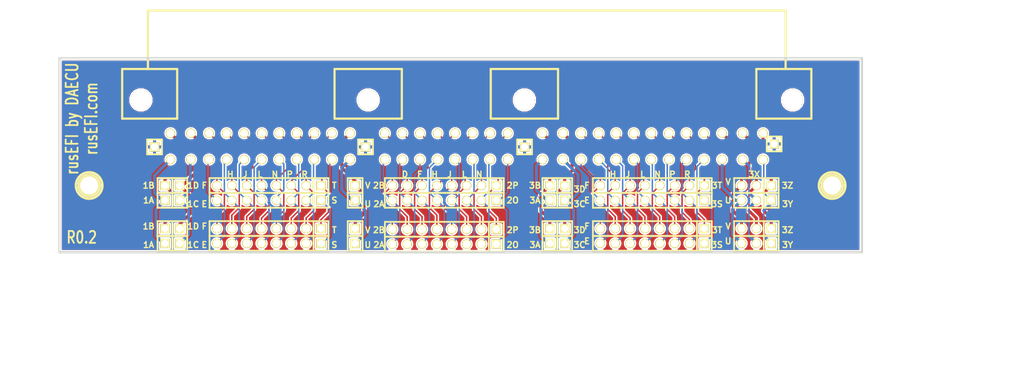
<source format=kicad_pcb>
(kicad_pcb (version 4) (host pcbnew 4.0.5)
  (title_block (title "ECU adapter") (date 2017-02-05) (rev R0.2) (company DAECU))
  (layers (0 F.Cu signal) (31 B.Cu signal) (34 B.Paste user) (35 F.Paste user) (36 B.SilkS user) (37 F.SilkS user) (38 B.Mask user) (39 F.Mask user) (44 Edge.Cuts user))
  (net 0 "")
  (net 1 GND)
  (net 2 N-000001)
  (net 3 N-000002)
  (net 4 N-000003)
  (net 5 N-000004)
  (net 6 N-000005)
  (net 7 N-000006)
  (net 8 N-000007)
  (net 9 N-000008)
  (net 10 N-000009)
  (net 11 N-000010)
  (net 12 N-000011)
  (net 13 N-000012)
  (net 14 N-000013)
  (net 15 N-000014)
  (net 16 N-000015)
  (net 17 N-000016)
  (net 18 N-000017)
  (net 19 N-000018)
  (net 20 N-000019)
  (net 21 N-000020)
  (net 22 N-000021)
  (net 23 N-000022)
  (net 24 N-000023)
  (net 25 N-000024)
  (net 26 N-000025)
  (net 27 N-000026)
  (net 28 N-000027)
  (net 29 N-000028)
  (net 30 N-000029)
  (net 31 N-000030)
  (net 32 N-000031)
  (net 33 N-000032)
  (net 34 N-000033)
  (net 35 N-000034)
  (net 36 N-000035)
  (net 37 N-000036)
  (net 38 N-000037)
  (net 39 N-000038)
  (net 40 N-000039)
  (net 41 N-000040)
  (net 42 N-000041)
  (net 43 N-000042)
  (net 44 N-000043)
  (net 45 N-000044)
  (net 46 N-000045)
  (net 47 N-000046)
  (net 48 N-000047)
  (net 49 N-000048)
  (net 50 N-000050)
  (net 51 N-000051)
  (net 52 N-000052)
  (net 53 N-000053)
  (net 54 N-000054)
  (net 55 N-000055)
  (net 56 N-000056)
  (net 57 N-000057)
  (net 58 N-000058)
  (net 59 N-000059)
  (net 60 N-000060)
  (net 61 N-000061)
  (net 62 N-000062)
  (net 63 N-000063)
  (net 64 N-000064)
  (net 65 N-000065)
  (module SIL-8 (layer F.Cu) (at 152.146 72.136 180)
    (fp_text reference P26 hide)
    (fp_text value CONN_8 hide)
    (pad 1 thru_hole rect (at -8.89 0 180) (size 1.6001 1.6001) (drill 1.2001) (layers *.Cu *.Mask F.SilkS) (net 30 N-000029))
    (pad 2 thru_hole circle (at -6.35 0 180) (size 1.6001 1.6001) (drill 1.2001) (layers *.Cu *.Mask F.SilkS) (net 29 N-000028))
    (pad 3 thru_hole circle (at -3.81 0 180) (size 1.6001 1.6001) (drill 1.2001) (layers *.Cu *.Mask F.SilkS) (net 28 N-000027))
    (pad 4 thru_hole circle (at -1.27 0 180) (size 1.6001 1.6001) (drill 1.2001) (layers *.Cu *.Mask F.SilkS) (net 27 N-000026))
    (pad 5 thru_hole circle (at 1.27 0 180) (size 1.6001 1.6001) (drill 1.2001) (layers *.Cu *.Mask F.SilkS) (net 26 N-000025))
    (pad 6 thru_hole circle (at 3.81 0 180) (size 1.6001 1.6001) (drill 1.2001) (layers *.Cu *.Mask F.SilkS) (net 14 N-000013))
    (pad 7 thru_hole circle (at 6.35 0 180) (size 1.6001 1.6001) (drill 1.2001) (layers *.Cu *.Mask F.SilkS) (net 24 N-000023))
    (pad 8 thru_hole circle (at 8.89 0 180) (size 1.6001 1.6001) (drill 1.2001) (layers *.Cu *.Mask F.SilkS) (net 23 N-000022))
  )
  (module SIL-8 (layer F.Cu) (at 152.146 69.596 180)
    (fp_text reference P27 hide)
    (fp_text value CONN_8 hide)
    (pad 1 thru_hole rect (at -8.89 0 180) (size 1.6001 1.6001) (drill 1.2001) (layers *.Cu *.Mask F.SilkS) (net 22 N-000021))
    (pad 2 thru_hole circle (at -6.35 0 180) (size 1.6001 1.6001) (drill 1.2001) (layers *.Cu *.Mask F.SilkS) (net 21 N-000020))
    (pad 3 thru_hole circle (at -3.81 0 180) (size 1.6001 1.6001) (drill 1.2001) (layers *.Cu *.Mask F.SilkS) (net 20 N-000019))
    (pad 4 thru_hole circle (at -1.27 0 180) (size 1.6001 1.6001) (drill 1.2001) (layers *.Cu *.Mask F.SilkS) (net 19 N-000018))
    (pad 5 thru_hole circle (at 1.27 0 180) (size 1.6001 1.6001) (drill 1.2001) (layers *.Cu *.Mask F.SilkS) (net 18 N-000017))
    (pad 6 thru_hole circle (at 3.81 0 180) (size 1.6001 1.6001) (drill 1.2001) (layers *.Cu *.Mask F.SilkS) (net 17 N-000016))
    (pad 7 thru_hole circle (at 6.35 0 180) (size 1.6001 1.6001) (drill 1.2001) (layers *.Cu *.Mask F.SilkS) (net 16 N-000015))
    (pad 8 thru_hole circle (at 8.89 0 180) (size 1.6001 1.6001) (drill 1.2001) (layers *.Cu *.Mask F.SilkS) (net 15 N-000014))
  )
  (module SIL-8 (layer F.Cu) (at 116.586 69.723 180)
    (fp_text reference P29 hide)
    (fp_text value CONN_8 hide)
    (pad 1 thru_hole rect (at -8.89 0 180) (size 1.6001 1.6001) (drill 1.2001) (layers *.Cu *.Mask F.SilkS) (net 25 N-000024))
    (pad 2 thru_hole circle (at -6.35 0 180) (size 1.6001 1.6001) (drill 1.2001) (layers *.Cu *.Mask F.SilkS) (net 49 N-000048))
    (pad 3 thru_hole circle (at -3.81 0 180) (size 1.6001 1.6001) (drill 1.2001) (layers *.Cu *.Mask F.SilkS) (net 48 N-000047))
    (pad 4 thru_hole circle (at -1.27 0 180) (size 1.6001 1.6001) (drill 1.2001) (layers *.Cu *.Mask F.SilkS) (net 47 N-000046))
    (pad 5 thru_hole circle (at 1.27 0 180) (size 1.6001 1.6001) (drill 1.2001) (layers *.Cu *.Mask F.SilkS) (net 46 N-000045))
    (pad 6 thru_hole circle (at 3.81 0 180) (size 1.6001 1.6001) (drill 1.2001) (layers *.Cu *.Mask F.SilkS) (net 45 N-000044))
    (pad 7 thru_hole circle (at 6.35 0 180) (size 1.6001 1.6001) (drill 1.2001) (layers *.Cu *.Mask F.SilkS) (net 44 N-000043))
    (pad 8 thru_hole circle (at 8.89 0 180) (size 1.6001 1.6001) (drill 1.2001) (layers *.Cu *.Mask F.SilkS) (net 43 N-000042))
  )
  (module SIL-8 (layer F.Cu) (at 116.586 72.263 180)
    (fp_text reference P28 hide)
    (fp_text value CONN_8 hide)
    (pad 1 thru_hole rect (at -8.89 0 180) (size 1.6001 1.6001) (drill 1.2001) (layers *.Cu *.Mask F.SilkS) (net 42 N-000041))
    (pad 2 thru_hole circle (at -6.35 0 180) (size 1.6001 1.6001) (drill 1.2001) (layers *.Cu *.Mask F.SilkS) (net 41 N-000040))
    (pad 3 thru_hole circle (at -3.81 0 180) (size 1.6001 1.6001) (drill 1.2001) (layers *.Cu *.Mask F.SilkS) (net 31 N-000030))
    (pad 4 thru_hole circle (at -1.27 0 180) (size 1.6001 1.6001) (drill 1.2001) (layers *.Cu *.Mask F.SilkS) (net 40 N-000039))
    (pad 5 thru_hole circle (at 1.27 0 180) (size 1.6001 1.6001) (drill 1.2001) (layers *.Cu *.Mask F.SilkS) (net 39 N-000038))
    (pad 6 thru_hole circle (at 3.81 0 180) (size 1.6001 1.6001) (drill 1.2001) (layers *.Cu *.Mask F.SilkS) (net 38 N-000037))
    (pad 7 thru_hole circle (at 6.35 0 180) (size 1.6001 1.6001) (drill 1.2001) (layers *.Cu *.Mask F.SilkS) (net 37 N-000036))
    (pad 8 thru_hole circle (at 8.89 0 180) (size 1.6001 1.6001) (drill 1.2001) (layers *.Cu *.Mask F.SilkS) (net 36 N-000035))
  )
  (module SIL-8 (layer F.Cu) (at 86.614 72.136 180)
    (fp_text reference P30 hide)
    (fp_text value CONN_8 hide)
    (pad 1 thru_hole rect (at -8.89 0 180) (size 1.6001 1.6001) (drill 1.2001) (layers *.Cu *.Mask F.SilkS) (net 35 N-000034))
    (pad 2 thru_hole circle (at -6.35 0 180) (size 1.6001 1.6001) (drill 1.2001) (layers *.Cu *.Mask F.SilkS) (net 34 N-000033))
    (pad 3 thru_hole circle (at -3.81 0 180) (size 1.6001 1.6001) (drill 1.2001) (layers *.Cu *.Mask F.SilkS) (net 33 N-000032))
    (pad 4 thru_hole circle (at -1.27 0 180) (size 1.6001 1.6001) (drill 1.2001) (layers *.Cu *.Mask F.SilkS) (net 32 N-000031))
    (pad 5 thru_hole circle (at 1.27 0 180) (size 1.6001 1.6001) (drill 1.2001) (layers *.Cu *.Mask F.SilkS) (net 13 N-000012))
    (pad 6 thru_hole circle (at 3.81 0 180) (size 1.6001 1.6001) (drill 1.2001) (layers *.Cu *.Mask F.SilkS) (net 12 N-000011))
    (pad 7 thru_hole circle (at 6.35 0 180) (size 1.6001 1.6001) (drill 1.2001) (layers *.Cu *.Mask F.SilkS) (net 11 N-000010))
    (pad 8 thru_hole circle (at 8.89 0 180) (size 1.6001 1.6001) (drill 1.2001) (layers *.Cu *.Mask F.SilkS) (net 10 N-000009))
  )
  (module SIL-8 (layer F.Cu) (at 86.614 69.596 180)
    (fp_text reference P31 hide)
    (fp_text value CONN_8 hide)
    (pad 1 thru_hole rect (at -8.89 0 180) (size 1.6001 1.6001) (drill 1.2001) (layers *.Cu *.Mask F.SilkS) (net 9 N-000008))
    (pad 2 thru_hole circle (at -6.35 0 180) (size 1.6001 1.6001) (drill 1.2001) (layers *.Cu *.Mask F.SilkS) (net 8 N-000007))
    (pad 3 thru_hole circle (at -3.81 0 180) (size 1.6001 1.6001) (drill 1.2001) (layers *.Cu *.Mask F.SilkS) (net 7 N-000006))
    (pad 4 thru_hole circle (at -1.27 0 180) (size 1.6001 1.6001) (drill 1.2001) (layers *.Cu *.Mask F.SilkS) (net 6 N-000005))
    (pad 5 thru_hole circle (at 1.27 0 180) (size 1.6001 1.6001) (drill 1.2001) (layers *.Cu *.Mask F.SilkS) (net 5 N-000004))
    (pad 6 thru_hole circle (at 3.81 0 180) (size 1.6001 1.6001) (drill 1.2001) (layers *.Cu *.Mask F.SilkS) (net 4 N-000003))
    (pad 7 thru_hole circle (at 6.35 0 180) (size 1.6001 1.6001) (drill 1.2001) (layers *.Cu *.Mask F.SilkS) (net 2 N-000001))
    (pad 8 thru_hole circle (at 8.89 0 180) (size 1.6001 1.6001) (drill 1.2001) (layers *.Cu *.Mask F.SilkS) (net 3 N-000002))
  )
  (module SIL-8 (layer F.Cu) (at 86.614 62.23 180)
    (fp_text reference P37 hide)
    (fp_text value CONN_8 hide)
    (pad 1 thru_hole rect (at -8.89 0 180) (size 1.6001 1.6001) (drill 1.2001) (layers *.Cu *.Mask F.SilkS) (net 9 N-000008))
    (pad 2 thru_hole circle (at -6.35 0 180) (size 1.6001 1.6001) (drill 1.2001) (layers *.Cu *.Mask F.SilkS) (net 8 N-000007))
    (pad 3 thru_hole circle (at -3.81 0 180) (size 1.6001 1.6001) (drill 1.2001) (layers *.Cu *.Mask F.SilkS) (net 7 N-000006))
    (pad 4 thru_hole circle (at -1.27 0 180) (size 1.6001 1.6001) (drill 1.2001) (layers *.Cu *.Mask F.SilkS) (net 6 N-000005))
    (pad 5 thru_hole circle (at 1.27 0 180) (size 1.6001 1.6001) (drill 1.2001) (layers *.Cu *.Mask F.SilkS) (net 5 N-000004))
    (pad 6 thru_hole circle (at 3.81 0 180) (size 1.6001 1.6001) (drill 1.2001) (layers *.Cu *.Mask F.SilkS) (net 4 N-000003))
    (pad 7 thru_hole circle (at 6.35 0 180) (size 1.6001 1.6001) (drill 1.2001) (layers *.Cu *.Mask F.SilkS) (net 2 N-000001))
    (pad 8 thru_hole circle (at 8.89 0 180) (size 1.6001 1.6001) (drill 1.2001) (layers *.Cu *.Mask F.SilkS) (net 3 N-000002))
  )
  (module SIL-8 (layer F.Cu) (at 86.614 64.77 180)
    (fp_text reference P36 hide)
    (fp_text value CONN_8 hide)
    (pad 1 thru_hole rect (at -8.89 0 180) (size 1.6001 1.6001) (drill 1.2001) (layers *.Cu *.Mask F.SilkS) (net 35 N-000034))
    (pad 2 thru_hole circle (at -6.35 0 180) (size 1.6001 1.6001) (drill 1.2001) (layers *.Cu *.Mask F.SilkS) (net 34 N-000033))
    (pad 3 thru_hole circle (at -3.81 0 180) (size 1.6001 1.6001) (drill 1.2001) (layers *.Cu *.Mask F.SilkS) (net 33 N-000032))
    (pad 4 thru_hole circle (at -1.27 0 180) (size 1.6001 1.6001) (drill 1.2001) (layers *.Cu *.Mask F.SilkS) (net 32 N-000031))
    (pad 5 thru_hole circle (at 1.27 0 180) (size 1.6001 1.6001) (drill 1.2001) (layers *.Cu *.Mask F.SilkS) (net 13 N-000012))
    (pad 6 thru_hole circle (at 3.81 0 180) (size 1.6001 1.6001) (drill 1.2001) (layers *.Cu *.Mask F.SilkS) (net 12 N-000011))
    (pad 7 thru_hole circle (at 6.35 0 180) (size 1.6001 1.6001) (drill 1.2001) (layers *.Cu *.Mask F.SilkS) (net 11 N-000010))
    (pad 8 thru_hole circle (at 8.89 0 180) (size 1.6001 1.6001) (drill 1.2001) (layers *.Cu *.Mask F.SilkS) (net 10 N-000009))
  )
  (module SIL-8 (layer F.Cu) (at 116.586 64.77 180)
    (fp_text reference P34 hide)
    (fp_text value CONN_8 hide)
    (pad 1 thru_hole rect (at -8.89 0 180) (size 1.6001 1.6001) (drill 1.2001) (layers *.Cu *.Mask F.SilkS) (net 42 N-000041))
    (pad 2 thru_hole circle (at -6.35 0 180) (size 1.6001 1.6001) (drill 1.2001) (layers *.Cu *.Mask F.SilkS) (net 41 N-000040))
    (pad 3 thru_hole circle (at -3.81 0 180) (size 1.6001 1.6001) (drill 1.2001) (layers *.Cu *.Mask F.SilkS) (net 31 N-000030))
    (pad 4 thru_hole circle (at -1.27 0 180) (size 1.6001 1.6001) (drill 1.2001) (layers *.Cu *.Mask F.SilkS) (net 40 N-000039))
    (pad 5 thru_hole circle (at 1.27 0 180) (size 1.6001 1.6001) (drill 1.2001) (layers *.Cu *.Mask F.SilkS) (net 39 N-000038))
    (pad 6 thru_hole circle (at 3.81 0 180) (size 1.6001 1.6001) (drill 1.2001) (layers *.Cu *.Mask F.SilkS) (net 38 N-000037))
    (pad 7 thru_hole circle (at 6.35 0 180) (size 1.6001 1.6001) (drill 1.2001) (layers *.Cu *.Mask F.SilkS) (net 37 N-000036))
    (pad 8 thru_hole circle (at 8.89 0 180) (size 1.6001 1.6001) (drill 1.2001) (layers *.Cu *.Mask F.SilkS) (net 36 N-000035))
  )
  (module SIL-8 (layer F.Cu) (at 116.586 62.23 180)
    (fp_text reference P35 hide)
    (fp_text value CONN_8 hide)
    (pad 1 thru_hole rect (at -8.89 0 180) (size 1.6001 1.6001) (drill 1.2001) (layers *.Cu *.Mask F.SilkS) (net 25 N-000024))
    (pad 2 thru_hole circle (at -6.35 0 180) (size 1.6001 1.6001) (drill 1.2001) (layers *.Cu *.Mask F.SilkS) (net 49 N-000048))
    (pad 3 thru_hole circle (at -3.81 0 180) (size 1.6001 1.6001) (drill 1.2001) (layers *.Cu *.Mask F.SilkS) (net 48 N-000047))
    (pad 4 thru_hole circle (at -1.27 0 180) (size 1.6001 1.6001) (drill 1.2001) (layers *.Cu *.Mask F.SilkS) (net 47 N-000046))
    (pad 5 thru_hole circle (at 1.27 0 180) (size 1.6001 1.6001) (drill 1.2001) (layers *.Cu *.Mask F.SilkS) (net 46 N-000045))
    (pad 6 thru_hole circle (at 3.81 0 180) (size 1.6001 1.6001) (drill 1.2001) (layers *.Cu *.Mask F.SilkS) (net 45 N-000044))
    (pad 7 thru_hole circle (at 6.35 0 180) (size 1.6001 1.6001) (drill 1.2001) (layers *.Cu *.Mask F.SilkS) (net 44 N-000043))
    (pad 8 thru_hole circle (at 8.89 0 180) (size 1.6001 1.6001) (drill 1.2001) (layers *.Cu *.Mask F.SilkS) (net 43 N-000042))
  )
  (module SIL-8 (layer F.Cu) (at 152.146 62.23 180)
    (fp_text reference P33 hide)
    (fp_text value CONN_8 hide)
    (pad 1 thru_hole rect (at -8.89 0 180) (size 1.6001 1.6001) (drill 1.2001) (layers *.Cu *.Mask F.SilkS) (net 22 N-000021))
    (pad 2 thru_hole circle (at -6.35 0 180) (size 1.6001 1.6001) (drill 1.2001) (layers *.Cu *.Mask F.SilkS) (net 21 N-000020))
    (pad 3 thru_hole circle (at -3.81 0 180) (size 1.6001 1.6001) (drill 1.2001) (layers *.Cu *.Mask F.SilkS) (net 20 N-000019))
    (pad 4 thru_hole circle (at -1.27 0 180) (size 1.6001 1.6001) (drill 1.2001) (layers *.Cu *.Mask F.SilkS) (net 19 N-000018))
    (pad 5 thru_hole circle (at 1.27 0 180) (size 1.6001 1.6001) (drill 1.2001) (layers *.Cu *.Mask F.SilkS) (net 18 N-000017))
    (pad 6 thru_hole circle (at 3.81 0 180) (size 1.6001 1.6001) (drill 1.2001) (layers *.Cu *.Mask F.SilkS) (net 17 N-000016))
    (pad 7 thru_hole circle (at 6.35 0 180) (size 1.6001 1.6001) (drill 1.2001) (layers *.Cu *.Mask F.SilkS) (net 16 N-000015))
    (pad 8 thru_hole circle (at 8.89 0 180) (size 1.6001 1.6001) (drill 1.2001) (layers *.Cu *.Mask F.SilkS) (net 15 N-000014))
  )
  (module SIL-8 (layer F.Cu) (at 152.146 64.77 180)
    (fp_text reference P32 hide)
    (fp_text value CONN_8 hide)
    (pad 1 thru_hole rect (at -8.89 0 180) (size 1.6001 1.6001) (drill 1.2001) (layers *.Cu *.Mask F.SilkS) (net 30 N-000029))
    (pad 2 thru_hole circle (at -6.35 0 180) (size 1.6001 1.6001) (drill 1.2001) (layers *.Cu *.Mask F.SilkS) (net 29 N-000028))
    (pad 3 thru_hole circle (at -3.81 0 180) (size 1.6001 1.6001) (drill 1.2001) (layers *.Cu *.Mask F.SilkS) (net 28 N-000027))
    (pad 4 thru_hole circle (at -1.27 0 180) (size 1.6001 1.6001) (drill 1.2001) (layers *.Cu *.Mask F.SilkS) (net 27 N-000026))
    (pad 5 thru_hole circle (at 1.27 0 180) (size 1.6001 1.6001) (drill 1.2001) (layers *.Cu *.Mask F.SilkS) (net 26 N-000025))
    (pad 6 thru_hole circle (at 3.81 0 180) (size 1.6001 1.6001) (drill 1.2001) (layers *.Cu *.Mask F.SilkS) (net 14 N-000013))
    (pad 7 thru_hole circle (at 6.35 0 180) (size 1.6001 1.6001) (drill 1.2001) (layers *.Cu *.Mask F.SilkS) (net 24 N-000023))
    (pad 8 thru_hole circle (at 8.89 0 180) (size 1.6001 1.6001) (drill 1.2001) (layers *.Cu *.Mask F.SilkS) (net 23 N-000022))
  )
  (module SIL-3 (layer F.Cu) (at 169.926 64.77 180)
    (fp_text reference P13 hide)
    (fp_text value CONN_3 hide)
    (pad 1 thru_hole rect (at -2.54 0 180) (size 1.6001 1.6001) (drill 1.2001) (layers *.Cu *.Mask F.SilkS) (net 56 N-000056))
    (pad 2 thru_hole circle (at 0 0 180) (size 1.6001 1.6001) (drill 1.2001) (layers *.Cu *.Mask F.SilkS) (net 55 N-000055))
    (pad 3 thru_hole circle (at 2.54 0 180) (size 1.6001 1.6001) (drill 1.2001) (layers *.Cu *.Mask F.SilkS) (net 54 N-000054))
  )
  (module SIL-3 (layer F.Cu) (at 169.926 72.136 180)
    (fp_text reference P1 hide)
    (fp_text value CONN_3 hide)
    (pad 1 thru_hole rect (at -2.54 0 180) (size 1.6001 1.6001) (drill 1.2001) (layers *.Cu *.Mask F.SilkS) (net 56 N-000056))
    (pad 2 thru_hole circle (at 0 0 180) (size 1.6001 1.6001) (drill 1.2001) (layers *.Cu *.Mask F.SilkS) (net 55 N-000055))
    (pad 3 thru_hole circle (at 2.54 0 180) (size 1.6001 1.6001) (drill 1.2001) (layers *.Cu *.Mask F.SilkS) (net 54 N-000054))
  )
  (module SIL-3 (layer F.Cu) (at 169.926 69.596 180)
    (fp_text reference P2 hide)
    (fp_text value CONN_3 hide)
    (pad 1 thru_hole rect (at -2.54 0 180) (size 1.6001 1.6001) (drill 1.2001) (layers *.Cu *.Mask F.SilkS) (net 53 N-000053))
    (pad 2 thru_hole circle (at 0 0 180) (size 1.6001 1.6001) (drill 1.2001) (layers *.Cu *.Mask F.SilkS) (net 52 N-000052))
    (pad 3 thru_hole circle (at 2.54 0 180) (size 1.6001 1.6001) (drill 1.2001) (layers *.Cu *.Mask F.SilkS) (net 51 N-000051))
  )
  (module SIL-3 (layer F.Cu) (at 169.926 62.23 180)
    (fp_text reference P14 hide)
    (fp_text value CONN_3 hide)
    (pad 1 thru_hole rect (at -2.54 0 180) (size 1.6001 1.6001) (drill 1.2001) (layers *.Cu *.Mask F.SilkS) (net 53 N-000053))
    (pad 2 thru_hole circle (at 0 0 180) (size 1.6001 1.6001) (drill 1.2001) (layers *.Cu *.Mask F.SilkS) (net 52 N-000052))
    (pad 3 thru_hole circle (at 2.54 0 180) (size 1.6001 1.6001) (drill 1.2001) (layers *.Cu *.Mask F.SilkS) (net 51 N-000051))
  )
  (module SIL-1 (layer F.Cu) (at 71.374 62.23)
    (fp_text reference P23 hide)
    (fp_text value CONN_1 hide)
    (pad 1 thru_hole rect (at 0 0) (size 1.6001 1.6001) (drill 1.2001) (layers *.Cu *.Mask F.SilkS) (net 59 N-000059))
  )
  (module SIL-1 (layer F.Cu) (at 101.346 62.23)
    (fp_text reference P20 hide)
    (fp_text value CONN_1 hide)
    (pad 1 thru_hole rect (at 0 0) (size 1.6001 1.6001) (drill 1.2001) (layers *.Cu *.Mask F.SilkS) (net 50 N-000050))
  )
  (module SIL-1 (layer F.Cu) (at 101.346 64.77)
    (fp_text reference P19 hide)
    (fp_text value CONN_1 hide)
    (pad 1 thru_hole rect (at 0 0) (size 1.6001 1.6001) (drill 1.2001) (layers *.Cu *.Mask F.SilkS) (net 57 N-000057))
  )
  (module SIL-1 (layer F.Cu) (at 137.16 62.23)
    (fp_text reference P17 hide)
    (fp_text value CONN_1 hide)
    (pad 1 thru_hole rect (at 0 0) (size 1.6001 1.6001) (drill 1.2001) (layers *.Cu *.Mask F.SilkS) (net 65 N-000065))
  )
  (module SIL-1 (layer F.Cu) (at 134.62 62.23)
    (fp_text reference P18 hide)
    (fp_text value CONN_1 hide)
    (pad 1 thru_hole rect (at 0 0) (size 1.6001 1.6001) (drill 1.2001) (layers *.Cu *.Mask F.SilkS) (net 64 N-000064))
  )
  (module SIL-1 (layer F.Cu) (at 134.62 64.77)
    (fp_text reference P16 hide)
    (fp_text value CONN_1 hide)
    (pad 1 thru_hole rect (at 0 0) (size 1.6001 1.6001) (drill 1.2001) (layers *.Cu *.Mask F.SilkS) (net 63 N-000063))
  )
  (module SIL-1 (layer F.Cu) (at 137.16 64.77)
    (fp_text reference P15 hide)
    (fp_text value CONN_1 hide)
    (pad 1 thru_hole rect (at 0 0) (size 1.6001 1.6001) (drill 1.2001) (layers *.Cu *.Mask F.SilkS) (net 62 N-000062))
  )
  (module SIL-1 (layer F.Cu) (at 68.834 64.77)
    (fp_text reference P22 hide)
    (fp_text value CONN_1 hide)
    (pad 1 thru_hole rect (at 0 0) (size 1.6001 1.6001) (drill 1.2001) (layers *.Cu *.Mask F.SilkS) (net 61 N-000061))
  )
  (module SIL-1 (layer F.Cu) (at 71.374 64.77)
    (fp_text reference P21 hide)
    (fp_text value CONN_1 hide)
    (pad 1 thru_hole rect (at 0 0) (size 1.6001 1.6001) (drill 1.2001) (layers *.Cu *.Mask F.SilkS) (net 60 N-000060))
  )
  (module SIL-1 (layer F.Cu) (at 68.834 72.136)
    (fp_text reference P10 hide)
    (fp_text value CONN_1 hide)
    (pad 1 thru_hole rect (at 0 0) (size 1.6001 1.6001) (drill 1.2001) (layers *.Cu *.Mask F.SilkS) (net 61 N-000061))
  )
  (module SIL-1 (layer F.Cu) (at 68.834 62.23)
    (fp_text reference P24 hide)
    (fp_text value CONN_1 hide)
    (pad 1 thru_hole rect (at 0 0) (size 1.6001 1.6001) (drill 1.2001) (layers *.Cu *.Mask F.SilkS) (net 58 N-000058))
  )
  (module SIL-1 (layer F.Cu) (at 68.834 69.596)
    (fp_text reference P12 hide)
    (fp_text value CONN_1 hide)
    (pad 1 thru_hole rect (at 0 0) (size 1.6001 1.6001) (drill 1.2001) (layers *.Cu *.Mask F.SilkS) (net 58 N-000058))
  )
  (module SIL-1 (layer F.Cu) (at 71.374 69.596)
    (fp_text reference P11 hide)
    (fp_text value CONN_1 hide)
    (pad 1 thru_hole rect (at 0 0) (size 1.6001 1.6001) (drill 1.2001) (layers *.Cu *.Mask F.SilkS) (net 59 N-000059))
  )
  (module SIL-1 (layer F.Cu) (at 71.374 72.136)
    (fp_text reference P9 hide)
    (fp_text value CONN_1 hide)
    (pad 1 thru_hole rect (at 0 0) (size 1.6001 1.6001) (drill 1.2001) (layers *.Cu *.Mask F.SilkS) (net 60 N-000060))
  )
  (module SIL-1 (layer F.Cu) (at 101.346 69.596)
    (fp_text reference P8 hide)
    (fp_text value CONN_1 hide)
    (pad 1 thru_hole rect (at 0 0) (size 1.6001 1.6001) (drill 1.2001) (layers *.Cu *.Mask F.SilkS) (net 50 N-000050))
  )
  (module SIL-1 (layer F.Cu) (at 101.346 72.136)
    (fp_text reference P7 hide)
    (fp_text value CONN_1 hide)
    (pad 1 thru_hole rect (at 0 0) (size 1.6001 1.6001) (drill 1.2001) (layers *.Cu *.Mask F.SilkS) (net 57 N-000057))
  )
  (module SIL-1 (layer F.Cu) (at 137.16 69.596)
    (fp_text reference P5 hide)
    (fp_text value CONN_1 hide)
    (pad 1 thru_hole rect (at 0 0) (size 1.6001 1.6001) (drill 1.2001) (layers *.Cu *.Mask F.SilkS) (net 65 N-000065))
  )
  (module SIL-1 (layer F.Cu) (at 134.62 69.596)
    (fp_text reference P6 hide)
    (fp_text value CONN_1 hide)
    (pad 1 thru_hole rect (at 0 0) (size 1.6001 1.6001) (drill 1.2001) (layers *.Cu *.Mask F.SilkS) (net 64 N-000064))
  )
  (module SIL-1 (layer F.Cu) (at 134.62 72.136)
    (fp_text reference P4 hide)
    (fp_text value CONN_1 hide)
    (pad 1 thru_hole rect (at 0 0) (size 1.6001 1.6001) (drill 1.2001) (layers *.Cu *.Mask F.SilkS) (net 63 N-000063))
  )
  (module SIL-1 (layer F.Cu) (at 137.16 72.136)
    (fp_text reference P3 hide)
    (fp_text value CONN_1 hide)
    (pad 1 thru_hole rect (at 0 0) (size 1.6001 1.6001) (drill 1.2001) (layers *.Cu *.Mask F.SilkS) (net 62 N-000062))
  )
  (module 176122-6 (layer F.Cu) (at 179.324 57.785)
    (fp_text reference P25 hide)
    (fp_text value 0176122-06 hide)
    (pad 16 thru_hole circle (at -109.54766 -4.50088 180) (size 1.6 1.6) (drill 1.2) (layers *.Cu *.Mask F.SilkS) (net 58 N-000058))
    (pad 14 thru_hole circle (at -109.54766 0) (size 1.6 1.6) (drill 1.2) (layers *.Cu *.Mask F.SilkS) (net 61 N-000061))
    (pad 13 thru_hole circle (at -106.05008 0) (size 1.6 1.6) (drill 1.2) (layers *.Cu *.Mask F.SilkS) (net 60 N-000060))
    (pad 15 thru_hole circle (at -106.05008 -4.50088 180) (size 1.6 1.6) (drill 1.2) (layers *.Cu *.Mask F.SilkS) (net 59 N-000059))
    (pad 61 thru_hole circle (at -93.94952 -4.50088 180) (size 1.6 1.6) (drill 1.2) (layers *.Cu *.Mask F.SilkS) (net 5 N-000004))
    (pad 53 thru_hole circle (at -93.94952 0) (size 1.6 1.6) (drill 1.2) (layers *.Cu *.Mask F.SilkS) (net 13 N-000012))
    (pad 54 thru_hole circle (at -96.94926 0) (size 1.6 1.6) (drill 1.2) (layers *.Cu *.Mask F.SilkS) (net 12 N-000011))
    (pad 62 thru_hole circle (at -96.94926 -4.50088 180) (size 1.6 1.6) (drill 1.2) (layers *.Cu *.Mask F.SilkS) (net 4 N-000003))
    (pad 64 thru_hole circle (at -102.94874 -4.50088 180) (size 1.6 1.6) (drill 1.2) (layers *.Cu *.Mask F.SilkS) (net 3 N-000002))
    (pad 56 thru_hole circle (at -102.94874 0) (size 1.6 1.6) (drill 1.2) (layers *.Cu *.Mask F.SilkS) (net 10 N-000009))
    (pad 55 thru_hole circle (at -99.949 0) (size 1.6 1.6) (drill 1.2) (layers *.Cu *.Mask F.SilkS) (net 11 N-000010))
    (pad 63 thru_hole circle (at -99.949 -4.50088 180) (size 1.6 1.6) (drill 1.2) (layers *.Cu *.Mask F.SilkS) (net 2 N-000001))
    (pad 59 thru_hole circle (at -87.95004 -4.50088 180) (size 1.6 1.6) (drill 1.2) (layers *.Cu *.Mask F.SilkS) (net 7 N-000006))
    (pad 51 thru_hole circle (at -87.95004 0) (size 1.6 1.6) (drill 1.2) (layers *.Cu *.Mask F.SilkS) (net 33 N-000032))
    (pad 52 thru_hole circle (at -90.94978 0) (size 1.6 1.6) (drill 1.2) (layers *.Cu *.Mask F.SilkS) (net 32 N-000031))
    (pad 60 thru_hole circle (at -90.94978 -4.50088 180) (size 1.6 1.6) (drill 1.2) (layers *.Cu *.Mask F.SilkS) (net 6 N-000005))
    (pad 58 thru_hole circle (at -84.9503 -4.50088 180) (size 1.6 1.6) (drill 1.2) (layers *.Cu *.Mask F.SilkS) (net 8 N-000007))
    (pad 50 thru_hole circle (at -84.9503 0) (size 1.6 1.6) (drill 1.2) (layers *.Cu *.Mask F.SilkS) (net 34 N-000033))
    (pad 49 thru_hole circle (at -81.95056 0) (size 1.6 1.6) (drill 1.2) (layers *.Cu *.Mask F.SilkS) (net 35 N-000034))
    (pad 57 thru_hole circle (at -81.95056 -4.50088 180) (size 1.6 1.6) (drill 1.2) (layers *.Cu *.Mask F.SilkS) (net 9 N-000008))
    (pad 45 thru_hole circle (at -63.90132 -4.50088 180) (size 1.6 1.6) (drill 1.2) (layers *.Cu *.Mask F.SilkS) (net 46 N-000045))
    (pad 37 thru_hole circle (at -63.90132 0) (size 1.6 1.6) (drill 1.2) (layers *.Cu *.Mask F.SilkS) (net 39 N-000038))
    (pad 38 thru_hole circle (at -66.90106 0) (size 1.6 1.6) (drill 1.2) (layers *.Cu *.Mask F.SilkS) (net 38 N-000037))
    (pad 46 thru_hole circle (at -66.90106 -4.50088 180) (size 1.6 1.6) (drill 1.2) (layers *.Cu *.Mask F.SilkS) (net 45 N-000044))
    (pad 48 thru_hole circle (at -72.90054 -4.50088 180) (size 1.6 1.6) (drill 1.2) (layers *.Cu *.Mask F.SilkS) (net 43 N-000042))
    (pad 40 thru_hole circle (at -72.90054 0) (size 1.6 1.6) (drill 1.2) (layers *.Cu *.Mask F.SilkS) (net 36 N-000035))
    (pad 39 thru_hole circle (at -69.9008 0) (size 1.6 1.6) (drill 1.2) (layers *.Cu *.Mask F.SilkS) (net 37 N-000036))
    (pad 47 thru_hole circle (at -69.9008 -4.50088 180) (size 1.6 1.6) (drill 1.2) (layers *.Cu *.Mask F.SilkS) (net 44 N-000043))
    (pad 43 thru_hole circle (at -57.8993 -4.50088 180) (size 1.6 1.6) (drill 1.2) (layers *.Cu *.Mask F.SilkS) (net 48 N-000047))
    (pad 35 thru_hole circle (at -57.8993 0) (size 1.6 1.6) (drill 1.2) (layers *.Cu *.Mask F.SilkS) (net 31 N-000030))
    (pad 36 thru_hole circle (at -60.89904 0) (size 1.6 1.6) (drill 1.2) (layers *.Cu *.Mask F.SilkS) (net 40 N-000039))
    (pad 44 thru_hole circle (at -60.89904 -4.50088 180) (size 1.6 1.6) (drill 1.2) (layers *.Cu *.Mask F.SilkS) (net 47 N-000046))
    (pad 42 thru_hole circle (at -54.89956 -4.50088 180) (size 1.6 1.6) (drill 1.2) (layers *.Cu *.Mask F.SilkS) (net 49 N-000048))
    (pad 34 thru_hole circle (at -54.89956 0) (size 1.6 1.6) (drill 1.2) (layers *.Cu *.Mask F.SilkS) (net 41 N-000040))
    (pad 12 thru_hole circle (at -78.84922 -4.50088 180) (size 1.6 1.6) (drill 1.2) (layers *.Cu *.Mask F.SilkS) (net 50 N-000050))
    (pad 11 thru_hole circle (at -78.84922 0) (size 1.6 1.6) (drill 1.2) (layers *.Cu *.Mask F.SilkS) (net 57 N-000057))
    (pad 33 thru_hole circle (at -51.89982 0) (size 1.6 1.6) (drill 1.2) (layers *.Cu *.Mask F.SilkS) (net 42 N-000041))
    (pad 41 thru_hole circle (at -51.89982 -4.50088 180) (size 1.6 1.6) (drill 1.2) (layers *.Cu *.Mask F.SilkS) (net 25 N-000024))
    (pad 7 thru_hole circle (at -42.45356 0) (size 1.6 1.6) (drill 1.2) (layers *.Cu *.Mask F.SilkS) (net 62 N-000062))
    (pad 9 thru_hole circle (at -42.45356 -4.50088 180) (size 1.6 1.6) (drill 1.2) (layers *.Cu *.Mask F.SilkS) (net 65 N-000065))
    (pad 8 thru_hole circle (at -45.95368 0) (size 1.6 1.6) (drill 1.2) (layers *.Cu *.Mask F.SilkS) (net 63 N-000063))
    (pad 10 thru_hole circle (at -45.95368 -4.50088 180) (size 1.6 1.6) (drill 1.2) (layers *.Cu *.Mask F.SilkS) (net 64 N-000064))
    (pad 21 thru_hole circle (at -30.35046 0) (size 1.6 1.6) (drill 1.2) (layers *.Cu *.Mask F.SilkS) (net 26 N-000025))
    (pad 29 thru_hole circle (at -30.35046 -4.50088 180) (size 1.6 1.6) (drill 1.2) (layers *.Cu *.Mask F.SilkS) (net 18 N-000017))
    (pad 22 thru_hole circle (at -33.3502 0) (size 1.6 1.6) (drill 1.2) (layers *.Cu *.Mask F.SilkS) (net 14 N-000013))
    (pad 30 thru_hole circle (at -33.3502 -4.50088 180) (size 1.6 1.6) (drill 1.2) (layers *.Cu *.Mask F.SilkS) (net 17 N-000016))
    (pad 24 thru_hole circle (at -39.34968 0) (size 1.6 1.6) (drill 1.2) (layers *.Cu *.Mask F.SilkS) (net 23 N-000022))
    (pad 32 thru_hole circle (at -39.34968 -4.50088 180) (size 1.6 1.6) (drill 1.2) (layers *.Cu *.Mask F.SilkS) (net 15 N-000014))
    (pad 23 thru_hole circle (at -36.34994 0) (size 1.6 1.6) (drill 1.2) (layers *.Cu *.Mask F.SilkS) (net 24 N-000023))
    (pad 31 thru_hole circle (at -36.34994 -4.50088 180) (size 1.6 1.6) (drill 1.2) (layers *.Cu *.Mask F.SilkS) (net 16 N-000015))
    (pad 19 thru_hole circle (at -24.35098 0) (size 1.6 1.6) (drill 1.2) (layers *.Cu *.Mask F.SilkS) (net 28 N-000027))
    (pad 27 thru_hole circle (at -24.35098 -4.50088 180) (size 1.6 1.6) (drill 1.2) (layers *.Cu *.Mask F.SilkS) (net 20 N-000019))
    (pad 20 thru_hole circle (at -27.35072 0) (size 1.6 1.6) (drill 1.2) (layers *.Cu *.Mask F.SilkS) (net 27 N-000026))
    (pad 28 thru_hole circle (at -27.35072 -4.50088 180) (size 1.6 1.6) (drill 1.2) (layers *.Cu *.Mask F.SilkS) (net 19 N-000018))
    (pad 18 thru_hole circle (at -21.35124 0) (size 1.6 1.6) (drill 1.2) (layers *.Cu *.Mask F.SilkS) (net 29 N-000028))
    (pad 26 thru_hole circle (at -21.35124 -4.50088 180) (size 1.6 1.6) (drill 1.2) (layers *.Cu *.Mask F.SilkS) (net 21 N-000020))
    (pad 17 thru_hole circle (at -18.3515 0) (size 1.6 1.6) (drill 1.2) (layers *.Cu *.Mask F.SilkS) (net 30 N-000029))
    (pad 25 thru_hole circle (at -18.3515 -4.50088 180) (size 1.6 1.6) (drill 1.2) (layers *.Cu *.Mask F.SilkS) (net 22 N-000021))
    (pad 3 thru_hole circle (at -15.25016 0) (size 1.6 1.6) (drill 1.2) (layers *.Cu *.Mask F.SilkS) (net 54 N-000054))
    (pad 6 thru_hole circle (at -15.25016 -4.50088 180) (size 1.6 1.6) (drill 1.2) (layers *.Cu *.Mask F.SilkS) (net 51 N-000051))
    (pad 2 thru_hole circle (at -11.75004 0) (size 1.6 1.6) (drill 1.2) (layers *.Cu *.Mask F.SilkS) (net 55 N-000055))
    (pad 5 thru_hole circle (at -11.75004 -4.50088 180) (size 1.6 1.6) (drill 1.2) (layers *.Cu *.Mask F.SilkS) (net 52 N-000052))
    (pad "" thru_hole circle (at -114.59972 -10.20064) (size 3.50012 3.50012) (drill 3.50012) (layers *.Cu *.Mask F.SilkS))
    (pad "" thru_hole circle (at -75.75042 -10.20064) (size 3.50012 3.50012) (drill 3.50012) (layers *.Cu *.Mask F.SilkS))
    (pad "" thru_hole circle (at -49.04994 -10.20064) (size 3.50012 3.50012) (drill 3.50012) (layers *.Cu *.Mask F.SilkS))
    (pad 1 thru_hole circle (at -8.24992 0) (size 1.6 1.6) (drill 1.2) (layers *.Cu *.Mask F.SilkS) (net 56 N-000056))
    (pad 4 thru_hole circle (at -8.24992 -4.50088 180) (size 1.6 1.6) (drill 1.2) (layers *.Cu *.Mask F.SilkS) (net 53 N-000053))
    (pad "" thru_hole circle (at -3.2004 -10.20064) (size 3.50012 3.50012) (drill 3.50012) (layers *.Cu *.Mask F.SilkS))
  )
  (module SIL-1 (layer F.Cu) (at 130.302 55.626)
    (fp_text reference P39 hide)
    (fp_text value CONN_1 hide)
    (pad 1 thru_hole rect (at 0 0) (size 1.6001 1.6001) (drill 1.2001) (layers *.Cu *.Mask F.SilkS) (net 1 GND))
  )
  (module SIL-1 (layer F.Cu) (at 172.974 55.118)
    (fp_text reference P38 hide)
    (fp_text value CONN_1 hide)
    (pad 1 thru_hole rect (at 0 0) (size 1.6001 1.6001) (drill 1.2001) (layers *.Cu *.Mask F.SilkS) (net 1 GND))
  )
  (module SIL-1 (layer F.Cu) (at 103.124 55.626)
    (fp_text reference P40 hide)
    (fp_text value CONN_1 hide)
    (pad 1 thru_hole rect (at 0 0) (size 1.6001 1.6001) (drill 1.2001) (layers *.Cu *.Mask F.SilkS) (net 1 GND))
  )
  (module SIL-1 (layer F.Cu) (at 67.056 55.626)
    (fp_text reference P41 hide)
    (fp_text value CONN_1 hide)
    (pad 1 thru_hole rect (at 0 0) (size 1.6001 1.6001) (drill 1.2001) (layers *.Cu *.Mask F.SilkS) (net 1 GND))
  )
  (module 1pin (layer F.Cu) (at 55.88 62.23)
    (fp_text reference 1PIN hide)
    (fp_text value P*** hide)
    (pad 1 thru_hole circle (at 0 0) (size 4.064 4.064) (drill 3.048) (layers *.Cu *.Mask F.SilkS))
  )
  (module 1pin (layer F.Cu) (at 182.88 62.23)
    (fp_text reference 1PIN hide)
    (fp_text value P*** hide)
    (pad 1 thru_hole circle (at 0 0) (size 4.064 4.064) (drill 3.048) (layers *.Cu *.Mask F.SilkS))
  )
  (gr_text R0.2 (at 54.61 71.12) (layer F.SilkS) (effects (font (size 2.032 1.524) (thickness 0.3048))))
  (gr_text R (at 158.115 60.325) (layer F.SilkS) (effects (font (size 1.016 1.016) (thickness 0.22352))))
  (gr_text P (at 155.575 60.325) (layer F.SilkS) (effects (font (size 1.016 1.016) (thickness 0.22352))))
  (gr_text N (at 153.035 60.325) (layer F.SilkS) (effects (font (size 1.016 1.016) (thickness 0.22352))))
  (gr_text L (at 150.495 60.325) (layer F.SilkS) (effects (font (size 1.016 1.016) (thickness 0.22352))))
  (gr_text J (at 147.955 60.325) (layer F.SilkS) (effects (font (size 1.016 1.016) (thickness 0.22352))))
  (gr_text H (at 145.415 60.325) (layer F.SilkS) (effects (font (size 1.016 1.016) (thickness 0.22352))))
  (gr_text U (at 165.1 64.77) (layer F.SilkS) (effects (font (size 1.016 1.016) (thickness 0.22352))))
  (gr_text U (at 165.1 71.755) (layer F.SilkS) (effects (font (size 1.016 1.016) (thickness 0.22352))))
  (gr_text 3S (at 163.195 72.39) (layer F.SilkS) (effects (font (size 1.016 1.016) (thickness 0.22352))))
  (gr_text 3S (at 163.195 65.405) (layer F.SilkS) (effects (font (size 1.016 1.016) (thickness 0.22352))))
  (gr_text 3T (at 163.195 69.85) (layer F.SilkS) (effects (font (size 1.016 1.016) (thickness 0.22352))))
  (gr_text V (at 165.1 69.215) (layer F.SilkS) (effects (font (size 1.016 1.016) (thickness 0.22352))))
  (gr_text 3T (at 163.195 62.23) (layer F.SilkS) (effects (font (size 1.016 1.016) (thickness 0.22352))))
  (gr_text V (at 165.1 61.595) (layer F.SilkS) (effects (font (size 1.016 1.016) (thickness 0.22352))))
  (gr_text 3X (at 169.545 60.325) (layer F.SilkS) (effects (font (size 1.016 1.016) (thickness 0.22352))))
  (gr_text F (at 140.97 69.215) (layer F.SilkS) (effects (font (size 1.016 1.016) (thickness 0.22352))))
  (gr_text F (at 140.97 62.23) (layer F.SilkS) (effects (font (size 1.016 1.016) (thickness 0.22352))))
  (gr_text E (at 140.97 64.77) (layer F.SilkS) (effects (font (size 1.016 1.016) (thickness 0.22352))))
  (gr_text E (at 140.97 71.755) (layer F.SilkS) (effects (font (size 1.016 1.016) (thickness 0.22352))))
  (gr_text 3D (at 139.7 62.865) (layer F.SilkS) (effects (font (size 1.016 1.016) (thickness 0.22352))))
  (gr_text 3D (at 139.7 69.85) (layer F.SilkS) (effects (font (size 1.016 1.016) (thickness 0.22352))))
  (gr_text 3C (at 139.7 65.405) (layer F.SilkS) (effects (font (size 1.016 1.016) (thickness 0.22352))))
  (gr_text 3C (at 139.7 72.39) (layer F.SilkS) (effects (font (size 1.016 1.016) (thickness 0.22352))))
  (gr_text 3A (at 132.08 64.77) (layer F.SilkS) (effects (font (size 1.016 1.016) (thickness 0.22352))))
  (gr_text 3B (at 132.08 62.23) (layer F.SilkS) (effects (font (size 1.016 1.016) (thickness 0.22352))))
  (gr_text 2P (at 128.27 69.85) (layer F.SilkS) (effects (font (size 1.016 1.016) (thickness 0.22352))))
  (gr_text 2O (at 128.27 72.39) (layer F.SilkS) (effects (font (size 1.016 1.016) (thickness 0.22352))))
  (gr_text 2O (at 128.27 64.77) (layer F.SilkS) (effects (font (size 1.016 1.016) (thickness 0.22352))))
  (gr_text 2P (at 128.27 62.23) (layer F.SilkS) (effects (font (size 1.016 1.016) (thickness 0.22352))))
  (gr_text N (at 122.555 60.325) (layer F.SilkS) (effects (font (size 1.016 1.016) (thickness 0.22352))))
  (gr_text L (at 120.015 60.325) (layer F.SilkS) (effects (font (size 1.016 1.016) (thickness 0.22352))))
  (gr_text J (at 117.475 60.325) (layer F.SilkS) (effects (font (size 1.016 1.016) (thickness 0.22352))))
  (gr_text H (at 114.935 60.325) (layer F.SilkS) (effects (font (size 1.016 1.016) (thickness 0.22352))))
  (gr_text F (at 112.395 60.325) (layer F.SilkS) (effects (font (size 1.016 1.016) (thickness 0.22352))))
  (gr_text D (at 109.855 60.325) (layer F.SilkS) (effects (font (size 1.016 1.016) (thickness 0.22352))))
  (gr_text R (at 92.71 60.325) (layer F.SilkS) (effects (font (size 1.016 1.016) (thickness 0.22352))))
  (gr_text P (at 90.17 60.325) (layer F.SilkS) (effects (font (size 1.016 1.016) (thickness 0.22352))))
  (gr_text N (at 87.63 60.325) (layer F.SilkS) (effects (font (size 1.016 1.016) (thickness 0.22352))))
  (gr_text L (at 85.09 60.325) (layer F.SilkS) (effects (font (size 1.016 1.016) (thickness 0.22352))))
  (gr_text J (at 82.55 60.325) (layer F.SilkS) (effects (font (size 1.016 1.016) (thickness 0.22352))))
  (gr_text H (at 80.01 60.325) (layer F.SilkS) (effects (font (size 1.016 1.016) (thickness 0.22352))))
  (gr_text T (at 97.79 62.23) (layer F.SilkS) (effects (font (size 1.016 1.016) (thickness 0.22352))))
  (gr_text T (at 97.79 69.85) (layer F.SilkS) (effects (font (size 1.016 1.016) (thickness 0.22352))))
  (gr_text S (at 97.79 64.77) (layer F.SilkS) (effects (font (size 1.016 1.016) (thickness 0.22352))))
  (gr_text S (at 97.79 72.39) (layer F.SilkS) (effects (font (size 1.016 1.016) (thickness 0.22352))))
  (gr_text V (at 103.505 69.85) (layer F.SilkS) (effects (font (size 1.016 1.016) (thickness 0.22352))))
  (gr_text V (at 103.505 62.23) (layer F.SilkS) (effects (font (size 1.016 1.016) (thickness 0.22352))))
  (gr_text 2B (at 105.41 62.23) (layer F.SilkS) (effects (font (size 1.016 1.016) (thickness 0.22352))))
  (gr_text 2B (at 105.41 69.85) (layer F.SilkS) (effects (font (size 1.016 1.016) (thickness 0.22352))))
  (gr_text 2A (at 105.41 65.405) (layer F.SilkS) (effects (font (size 1.016 1.016) (thickness 0.22352))))
  (gr_text 2A (at 105.41 72.39) (layer F.SilkS) (effects (font (size 1.016 1.016) (thickness 0.22352))))
  (gr_text U (at 103.505 65.405) (layer F.SilkS) (effects (font (size 1.016 1.016) (thickness 0.22352))))
  (gr_text U (at 103.505 72.39) (layer F.SilkS) (effects (font (size 1.016 1.016) (thickness 0.22352))))
  (gr_text E (at 75.565 65.405) (layer F.SilkS) (effects (font (size 1.016 1.016) (thickness 0.22352))))
  (gr_text F (at 75.565 62.23) (layer F.SilkS) (effects (font (size 1.016 1.016) (thickness 0.22352))))
  (gr_text 1D (at 73.66 62.23) (layer F.SilkS) (effects (font (size 1.016 1.016) (thickness 0.22352))))
  (gr_text 1C (at 73.66 65.405) (layer F.SilkS) (effects (font (size 1.016 1.016) (thickness 0.22352))))
  (gr_text F (at 75.565 69.215) (layer F.SilkS) (effects (font (size 1.016 1.016) (thickness 0.22352))))
  (gr_text E (at 75.565 72.39) (layer F.SilkS) (effects (font (size 1.016 1.016) (thickness 0.22352))))
  (gr_text 1D (at 73.66 69.215) (layer F.SilkS) (effects (font (size 1.016 1.016) (thickness 0.22352))))
  (gr_text 1C (at 73.66 72.39) (layer F.SilkS) (effects (font (size 1.016 1.016) (thickness 0.22352))))
  (gr_text 1B (at 66.04 69.215) (layer F.SilkS) (effects (font (size 1.016 1.016) (thickness 0.22352))))
  (gr_text 1B (at 66.04 62.23) (layer F.SilkS) (effects (font (size 1.016 1.016) (thickness 0.22352))))
  (gr_text 1A (at 66.04 64.77) (layer F.SilkS) (effects (font (size 1.016 1.016) (thickness 0.22352))))
  (gr_text 1A (at 66.04 72.39) (layer F.SilkS) (effects (font (size 1.016 1.016) (thickness 0.22352))))
  (gr_text 3B (at 132.08 69.85) (layer F.SilkS) (effects (font (size 1.016 1.016) (thickness 0.22352))))
  (gr_text 3A (at 132.08 72.39) (layer F.SilkS) (effects (font (size 1.016 1.016) (thickness 0.22352))))
  (gr_text 3Z (at 175.26 62.23) (layer F.SilkS) (effects (font (size 1.016 1.016) (thickness 0.22352))))
  (gr_text 3Y (at 175.26 65.405) (layer F.SilkS) (effects (font (size 1.016 1.016) (thickness 0.22352))))
  (gr_text 3Z (at 175.26 69.85) (layer F.SilkS) (effects (font (size 1.016 1.016) (thickness 0.22352))))
  (gr_text 3Y (at 175.26 72.39) (layer F.SilkS) (effects (font (size 1.016 1.016) (thickness 0.22352))))
  (gr_text "rusEFI by DAECU\nrusEFI.com" (at 54.61 50.8 90) (layer F.SilkS) (effects (font (size 2.032 1.524) (thickness 0.3048))))
  (gr_line (start 50.8 73.66) (end 50.8 40.46) (angle 90) (layer Edge.Cuts) (width 0.381))
  (gr_line (start 187.96 73.66) (end 50.8 73.66) (angle 90) (layer Edge.Cuts) (width 0.381))
  (gr_line (start 187.96 40.46) (end 187.96 73.66) (angle 90) (layer Edge.Cuts) (width 0.381))
  (gr_line (start 50.8 40.46) (end 187.96 40.46) (angle 90) (layer Edge.Cuts) (width 0.381))
  (segment (start 80.264 67.31) (end 81.534 66.04) (width 0.254) (layer F.Cu) (net 2))
  (segment (start 81.534 66.04) (end 81.534 63.5) (width 0.254) (layer F.Cu) (net 2))
  (segment (start 81.534 63.5) (end 80.264 62.23) (width 0.254) (layer F.Cu) (net 2))
  (segment (start 80.264 69.596) (end 80.264 67.31) (width 0.254) (layer F.Cu) (net 2))
  (segment (start 80.264 59.436) (end 80.772 58.928) (width 0.254) (layer F.Cu) (net 2))
  (segment (start 80.772 58.928) (end 80.772 54.68112) (width 0.254) (layer F.Cu) (net 2))
  (segment (start 80.772 54.68112) (end 79.375 53.28412) (width 0.254) (layer F.Cu) (net 2))
  (segment (start 80.264 62.23) (end 80.264 59.436) (width 0.254) (layer F.Cu) (net 2))
  (segment (start 78.994 63.5) (end 77.724 62.23) (width 0.254) (layer F.Cu) (net 3))
  (segment (start 77.724 67.31) (end 78.994 66.04) (width 0.254) (layer F.Cu) (net 3))
  (segment (start 78.994 66.04) (end 78.994 63.5) (width 0.254) (layer F.Cu) (net 3))
  (segment (start 77.724 54.63286) (end 76.37526 53.28412) (width 0.254) (layer F.Cu) (net 3))
  (segment (start 77.724 62.23) (end 77.724 54.63286) (width 0.254) (layer F.Cu) (net 3))
  (segment (start 77.724 69.596) (end 77.724 67.31) (width 0.254) (layer F.Cu) (net 3))
  (segment (start 82.804 67.564) (end 84.074 66.294) (width 0.254) (layer F.Cu) (net 4))
  (segment (start 84.074 66.294) (end 84.074 63.5) (width 0.254) (layer F.Cu) (net 4))
  (segment (start 84.074 63.5) (end 82.804 62.23) (width 0.254) (layer F.Cu) (net 4))
  (segment (start 82.804 69.596) (end 82.804 67.564) (width 0.254) (layer F.Cu) (net 4))
  (segment (start 82.804 60.198) (end 83.82 59.182) (width 0.254) (layer F.Cu) (net 4))
  (segment (start 83.82 59.182) (end 83.82 54.72938) (width 0.254) (layer F.Cu) (net 4))
  (segment (start 83.82 54.72938) (end 82.37474 53.28412) (width 0.254) (layer F.Cu) (net 4))
  (segment (start 82.804 62.23) (end 82.804 60.198) (width 0.254) (layer F.Cu) (net 4))
  (segment (start 85.344 67.818) (end 86.614 66.548) (width 0.254) (layer F.Cu) (net 5))
  (segment (start 86.614 66.548) (end 86.614 63.5) (width 0.254) (layer F.Cu) (net 5))
  (segment (start 86.868 54.77764) (end 85.37448 53.28412) (width 0.254) (layer F.Cu) (net 5))
  (segment (start 85.344 69.596) (end 85.344 67.818) (width 0.254) (layer F.Cu) (net 5))
  (segment (start 85.344 60.706) (end 86.868 59.182) (width 0.254) (layer F.Cu) (net 5))
  (segment (start 86.868 59.182) (end 86.868 54.77764) (width 0.254) (layer F.Cu) (net 5))
  (segment (start 85.344 62.23) (end 85.344 60.706) (width 0.254) (layer F.Cu) (net 5))
  (segment (start 86.614 63.5) (end 85.344 62.23) (width 0.254) (layer F.Cu) (net 5))
  (segment (start 87.884 67.818) (end 89.154 66.548) (width 0.254) (layer F.Cu) (net 6))
  (segment (start 89.154 66.548) (end 89.154 63.5) (width 0.254) (layer F.Cu) (net 6))
  (segment (start 89.154 63.5) (end 87.884 62.23) (width 0.254) (layer F.Cu) (net 6))
  (segment (start 87.884 69.596) (end 87.884 67.818) (width 0.254) (layer F.Cu) (net 6))
  (segment (start 87.884 61.214) (end 89.916 59.182) (width 0.254) (layer F.Cu) (net 6))
  (segment (start 89.916 59.182) (end 89.916 54.8259) (width 0.254) (layer F.Cu) (net 6))
  (segment (start 89.916 54.8259) (end 88.37422 53.28412) (width 0.254) (layer F.Cu) (net 6))
  (segment (start 87.884 62.23) (end 87.884 61.214) (width 0.254) (layer F.Cu) (net 6))
  (segment (start 90.424 62.23) (end 90.424 61.468) (width 0.254) (layer F.Cu) (net 7))
  (segment (start 92.59824 54.5084) (end 91.37396 53.28412) (width 0.254) (layer F.Cu) (net 7))
  (segment (start 90.424 61.468) (end 92.59824 59.29376) (width 0.254) (layer F.Cu) (net 7))
  (segment (start 92.59824 59.29376) (end 92.59824 54.5084) (width 0.254) (layer F.Cu) (net 7))
  (segment (start 90.424 67.818) (end 91.694 66.548) (width 0.254) (layer F.Cu) (net 7))
  (segment (start 91.694 66.548) (end 91.694 63.5) (width 0.254) (layer F.Cu) (net 7))
  (segment (start 91.694 63.5) (end 90.424 62.23) (width 0.254) (layer F.Cu) (net 7))
  (segment (start 90.424 69.596) (end 90.424 67.818) (width 0.254) (layer F.Cu) (net 7))
  (segment (start 92.964 62.23) (end 92.964 59.944) (width 0.254) (layer F.Cu) (net 8))
  (segment (start 92.964 59.944) (end 93.10878 59.79922) (width 0.254) (layer F.Cu) (net 8))
  (segment (start 93.10878 59.79922) (end 93.10878 54.54904) (width 0.254) (layer F.Cu) (net 8))
  (segment (start 93.10878 54.54904) (end 94.3737 53.28412) (width 0.254) (layer F.Cu) (net 8))
  (segment (start 92.964 67.818) (end 94.234 66.548) (width 0.254) (layer F.Cu) (net 8))
  (segment (start 94.234 66.548) (end 94.234 63.5) (width 0.254) (layer F.Cu) (net 8))
  (segment (start 94.234 63.5) (end 92.964 62.23) (width 0.254) (layer F.Cu) (net 8))
  (segment (start 92.964 69.596) (end 92.964 67.818) (width 0.254) (layer F.Cu) (net 8))
  (segment (start 95.504 62.23) (end 95.659048 62.074952) (width 0.254) (layer F.Cu) (net 9))
  (segment (start 95.659048 54.998512) (end 97.37344 53.28412) (width 0.254) (layer F.Cu) (net 9))
  (segment (start 95.659048 62.074952) (end 95.659048 54.998512) (width 0.254) (layer F.Cu) (net 9))
  (segment (start 95.504 68.072) (end 96.774 66.802) (width 0.254) (layer F.Cu) (net 9))
  (segment (start 96.774 66.802) (end 96.774 63.5) (width 0.254) (layer F.Cu) (net 9))
  (segment (start 96.774 63.5) (end 95.504 62.23) (width 0.254) (layer F.Cu) (net 9))
  (segment (start 95.504 69.596) (end 95.504 68.072) (width 0.254) (layer F.Cu) (net 9))
  (segment (start 78.994 70.866) (end 78.994 66.04) (width 0.254) (layer B.Cu) (net 10))
  (segment (start 78.994 66.04) (end 77.724 64.77) (width 0.254) (layer B.Cu) (net 10))
  (segment (start 77.724 72.136) (end 78.994 70.866) (width 0.254) (layer B.Cu) (net 10))
  (segment (start 76.2 63.246) (end 76.2 57.96026) (width 0.254) (layer B.Cu) (net 10))
  (segment (start 76.2 57.96026) (end 76.37526 57.785) (width 0.254) (layer B.Cu) (net 10))
  (segment (start 77.724 64.77) (end 76.2 63.246) (width 0.254) (layer B.Cu) (net 10))
  (segment (start 78.994 58.166) (end 79.375 57.785) (width 0.254) (layer B.Cu) (net 11))
  (segment (start 81.534 66.04) (end 80.264 64.77) (width 0.254) (layer B.Cu) (net 11))
  (segment (start 80.264 72.136) (end 81.534 70.866) (width 0.254) (layer B.Cu) (net 11))
  (segment (start 78.994 63.5) (end 78.994 58.166) (width 0.254) (layer B.Cu) (net 11))
  (segment (start 80.264 64.77) (end 78.994 63.5) (width 0.254) (layer B.Cu) (net 11))
  (segment (start 81.534 70.866) (end 81.534 66.04) (width 0.254) (layer B.Cu) (net 11))
  (segment (start 84.074 70.866) (end 84.074 66.04) (width 0.254) (layer B.Cu) (net 12))
  (segment (start 84.074 66.04) (end 82.804 64.77) (width 0.254) (layer B.Cu) (net 12))
  (segment (start 82.804 72.136) (end 84.074 70.866) (width 0.254) (layer B.Cu) (net 12))
  (segment (start 81.534 63.5) (end 81.534 58.62574) (width 0.254) (layer B.Cu) (net 12))
  (segment (start 81.534 58.62574) (end 82.37474 57.785) (width 0.254) (layer B.Cu) (net 12))
  (segment (start 82.804 64.77) (end 81.534 63.5) (width 0.254) (layer B.Cu) (net 12))
  (segment (start 84.074 59.08548) (end 85.37448 57.785) (width 0.254) (layer B.Cu) (net 13))
  (segment (start 84.074 63.5) (end 84.074 59.08548) (width 0.254) (layer B.Cu) (net 13))
  (segment (start 86.614 70.866) (end 86.614 66.04) (width 0.254) (layer B.Cu) (net 13))
  (segment (start 85.344 64.77) (end 84.074 63.5) (width 0.254) (layer B.Cu) (net 13))
  (segment (start 85.344 72.136) (end 86.614 70.866) (width 0.254) (layer B.Cu) (net 13))
  (segment (start 86.614 66.04) (end 85.344 64.77) (width 0.254) (layer B.Cu) (net 13))
  (segment (start 149.606 70.866) (end 149.606 66.04) (width 0.254) (layer B.Cu) (net 14))
  (segment (start 149.606 66.04) (end 148.336 64.77) (width 0.254) (layer B.Cu) (net 14))
  (segment (start 148.336 72.136) (end 149.606 70.866) (width 0.254) (layer B.Cu) (net 14))
  (segment (start 147.066 63.5) (end 147.066 58.8772) (width 0.254) (layer B.Cu) (net 14))
  (segment (start 147.066 58.8772) (end 145.9738 57.785) (width 0.254) (layer B.Cu) (net 14))
  (segment (start 148.336 64.77) (end 147.066 63.5) (width 0.254) (layer B.Cu) (net 14))
  (segment (start 143.256 67.818) (end 141.986 66.548) (width 0.254) (layer F.Cu) (net 15))
  (segment (start 141.986 66.548) (end 141.986 63.5) (width 0.254) (layer F.Cu) (net 15))
  (segment (start 141.986 63.5) (end 143.256 62.23) (width 0.254) (layer F.Cu) (net 15))
  (segment (start 143.256 69.596) (end 143.256 67.818) (width 0.254) (layer F.Cu) (net 15))
  (segment (start 143.256 61.214) (end 141.478 59.436) (width 0.254) (layer F.Cu) (net 15))
  (segment (start 141.478 59.436) (end 141.478 54.7878) (width 0.254) (layer F.Cu) (net 15))
  (segment (start 141.478 54.7878) (end 139.97432 53.28412) (width 0.254) (layer F.Cu) (net 15))
  (segment (start 143.256 62.23) (end 143.256 61.214) (width 0.254) (layer F.Cu) (net 15))
  (segment (start 145.796 67.564) (end 144.526 66.294) (width 0.254) (layer F.Cu) (net 16))
  (segment (start 144.526 66.294) (end 144.526 63.5) (width 0.254) (layer F.Cu) (net 16))
  (segment (start 144.526 63.5) (end 145.796 62.23) (width 0.254) (layer F.Cu) (net 16))
  (segment (start 145.796 69.596) (end 145.796 67.564) (width 0.254) (layer F.Cu) (net 16))
  (segment (start 145.796 60.706) (end 144.526 59.436) (width 0.254) (layer F.Cu) (net 16))
  (segment (start 144.526 59.436) (end 144.526 54.83606) (width 0.254) (layer F.Cu) (net 16))
  (segment (start 144.526 54.83606) (end 142.97406 53.28412) (width 0.254) (layer F.Cu) (net 16))
  (segment (start 145.796 62.23) (end 145.796 60.706) (width 0.254) (layer F.Cu) (net 16))
  (segment (start 148.336 67.818) (end 147.066 66.548) (width 0.254) (layer F.Cu) (net 17))
  (segment (start 147.066 66.548) (end 147.066 63.5) (width 0.254) (layer F.Cu) (net 17))
  (segment (start 147.066 63.5) (end 148.336 62.23) (width 0.254) (layer F.Cu) (net 17))
  (segment (start 148.336 69.596) (end 148.336 67.818) (width 0.254) (layer F.Cu) (net 17))
  (segment (start 148.336 60.452) (end 147.574 59.69) (width 0.254) (layer F.Cu) (net 17))
  (segment (start 147.574 59.69) (end 147.574 54.88432) (width 0.254) (layer F.Cu) (net 17))
  (segment (start 147.574 54.88432) (end 145.9738 53.28412) (width 0.254) (layer F.Cu) (net 17))
  (segment (start 148.336 62.23) (end 148.336 60.452) (width 0.254) (layer F.Cu) (net 17))
  (segment (start 150.876 62.23) (end 150.658454 62.012454) (width 0.254) (layer F.Cu) (net 18))
  (segment (start 150.658454 62.012454) (end 150.658454 54.969034) (width 0.254) (layer F.Cu) (net 18))
  (segment (start 150.658454 54.969034) (end 148.97354 53.28412) (width 0.254) (layer F.Cu) (net 18))
  (segment (start 150.876 67.564) (end 149.606 66.294) (width 0.254) (layer F.Cu) (net 18))
  (segment (start 149.606 66.294) (end 149.606 63.5) (width 0.254) (layer F.Cu) (net 18))
  (segment (start 149.606 63.5) (end 150.876 62.23) (width 0.254) (layer F.Cu) (net 18))
  (segment (start 150.876 69.596) (end 150.876 67.564) (width 0.254) (layer F.Cu) (net 18))
  (segment (start 153.416 54.72684) (end 151.97328 53.28412) (width 0.254) (layer F.Cu) (net 19))
  (segment (start 152.146 66.294) (end 152.146 63.5) (width 0.254) (layer F.Cu) (net 19))
  (segment (start 152.146 63.5) (end 153.416 62.23) (width 0.254) (layer F.Cu) (net 19))
  (segment (start 153.416 69.596) (end 153.416 67.564) (width 0.254) (layer F.Cu) (net 19))
  (segment (start 153.416 62.23) (end 153.416 54.72684) (width 0.254) (layer F.Cu) (net 19))
  (segment (start 153.416 67.564) (end 152.146 66.294) (width 0.254) (layer F.Cu) (net 19))
  (segment (start 155.956 62.23) (end 156.299184 61.886816) (width 0.254) (layer F.Cu) (net 20))
  (segment (start 156.299184 61.886816) (end 156.299184 54.610284) (width 0.254) (layer F.Cu) (net 20))
  (segment (start 156.299184 54.610284) (end 154.97302 53.28412) (width 0.254) (layer F.Cu) (net 20))
  (segment (start 155.956 67.564) (end 154.686 66.294) (width 0.254) (layer F.Cu) (net 20))
  (segment (start 154.686 66.294) (end 154.686 63.5) (width 0.254) (layer F.Cu) (net 20))
  (segment (start 154.686 63.5) (end 155.956 62.23) (width 0.254) (layer F.Cu) (net 20))
  (segment (start 155.956 69.596) (end 155.956 67.564) (width 0.254) (layer F.Cu) (net 20))
  (segment (start 158.496 68.072) (end 157.226 66.802) (width 0.254) (layer F.Cu) (net 21))
  (segment (start 157.226 66.802) (end 157.226 63.5) (width 0.254) (layer F.Cu) (net 21))
  (segment (start 157.226 63.5) (end 158.496 62.23) (width 0.254) (layer F.Cu) (net 21))
  (segment (start 158.496 69.596) (end 158.496 68.072) (width 0.254) (layer F.Cu) (net 21))
  (segment (start 158.496 60.452) (end 159.512 59.436) (width 0.254) (layer F.Cu) (net 21))
  (segment (start 159.512 59.436) (end 159.512 54.82336) (width 0.254) (layer F.Cu) (net 21))
  (segment (start 159.512 54.82336) (end 157.97276 53.28412) (width 0.254) (layer F.Cu) (net 21))
  (segment (start 158.496 62.23) (end 158.496 60.452) (width 0.254) (layer F.Cu) (net 21))
  (segment (start 161.036 68.072) (end 159.766 66.802) (width 0.254) (layer F.Cu) (net 22))
  (segment (start 159.766 66.802) (end 159.766 63.5) (width 0.254) (layer F.Cu) (net 22))
  (segment (start 159.766 63.5) (end 161.036 62.23) (width 0.254) (layer F.Cu) (net 22))
  (segment (start 161.036 69.596) (end 161.036 68.072) (width 0.254) (layer F.Cu) (net 22))
  (segment (start 161.036 60.706) (end 162.306 59.436) (width 0.254) (layer F.Cu) (net 22))
  (segment (start 162.306 59.436) (end 162.306 54.61762) (width 0.254) (layer F.Cu) (net 22))
  (segment (start 162.306 54.61762) (end 160.9725 53.28412) (width 0.254) (layer F.Cu) (net 22))
  (segment (start 161.036 62.23) (end 161.036 60.706) (width 0.254) (layer F.Cu) (net 22))
  (segment (start 139.97432 58.94832) (end 139.97432 57.785) (width 0.254) (layer B.Cu) (net 23))
  (segment (start 144.526 66.04) (end 143.256 64.77) (width 0.254) (layer B.Cu) (net 23))
  (segment (start 143.256 72.136) (end 144.526 70.866) (width 0.254) (layer B.Cu) (net 23))
  (segment (start 141.732 63.246) (end 141.732 60.706) (width 0.254) (layer B.Cu) (net 23))
  (segment (start 141.732 60.706) (end 139.97432 58.94832) (width 0.254) (layer B.Cu) (net 23))
  (segment (start 143.256 64.77) (end 141.732 63.246) (width 0.254) (layer B.Cu) (net 23))
  (segment (start 144.526 70.866) (end 144.526 66.04) (width 0.254) (layer B.Cu) (net 23))
  (segment (start 147.066 70.866) (end 147.066 66.04) (width 0.254) (layer B.Cu) (net 24))
  (segment (start 147.066 66.04) (end 145.796 64.77) (width 0.254) (layer B.Cu) (net 24))
  (segment (start 145.796 72.136) (end 147.066 70.866) (width 0.254) (layer B.Cu) (net 24))
  (segment (start 144.526 63.5) (end 144.526 59.33694) (width 0.254) (layer B.Cu) (net 24))
  (segment (start 144.526 59.33694) (end 142.97406 57.785) (width 0.254) (layer B.Cu) (net 24))
  (segment (start 145.796 64.77) (end 144.526 63.5) (width 0.254) (layer B.Cu) (net 24))
  (segment (start 125.476 62.23) (end 125.787809 61.918191) (width 0.254) (layer F.Cu) (net 25))
  (segment (start 125.787809 61.918191) (end 125.787809 54.920491) (width 0.254) (layer F.Cu) (net 25))
  (segment (start 125.787809 54.920491) (end 127.42418 53.28412) (width 0.254) (layer F.Cu) (net 25))
  (segment (start 125.476 67.818) (end 124.206 66.548) (width 0.254) (layer F.Cu) (net 25))
  (segment (start 124.206 66.548) (end 124.206 63.5) (width 0.254) (layer F.Cu) (net 25))
  (segment (start 124.206 63.5) (end 125.476 62.23) (width 0.254) (layer F.Cu) (net 25))
  (segment (start 125.476 69.596) (end 125.476 67.818) (width 0.254) (layer F.Cu) (net 25))
  (segment (start 152.146 70.866) (end 152.146 66.04) (width 0.254) (layer B.Cu) (net 26))
  (segment (start 152.146 66.04) (end 150.876 64.77) (width 0.254) (layer B.Cu) (net 26))
  (segment (start 150.876 72.136) (end 152.146 70.866) (width 0.254) (layer B.Cu) (net 26))
  (segment (start 150.876 64.516) (end 149.606 63.246) (width 0.254) (layer B.Cu) (net 26))
  (segment (start 149.606 63.246) (end 149.606 58.41746) (width 0.254) (layer B.Cu) (net 26))
  (segment (start 149.606 58.41746) (end 148.97354 57.785) (width 0.254) (layer B.Cu) (net 26))
  (segment (start 150.876 64.77) (end 150.876 64.516) (width 0.254) (layer B.Cu) (net 26))
  (segment (start 154.686 70.866) (end 154.686 66.04) (width 0.254) (layer B.Cu) (net 27))
  (segment (start 154.686 66.04) (end 153.416 64.77) (width 0.254) (layer B.Cu) (net 27))
  (segment (start 153.416 72.136) (end 154.686 70.866) (width 0.254) (layer B.Cu) (net 27))
  (segment (start 152.146 63.5) (end 152.146 57.95772) (width 0.254) (layer B.Cu) (net 27))
  (segment (start 152.146 57.95772) (end 151.97328 57.785) (width 0.254) (layer B.Cu) (net 27))
  (segment (start 153.416 64.77) (end 152.146 63.5) (width 0.254) (layer B.Cu) (net 27))
  (segment (start 157.226 66.04) (end 155.956 64.77) (width 0.254) (layer B.Cu) (net 28))
  (segment (start 154.686 58.07202) (end 154.97302 57.785) (width 0.254) (layer B.Cu) (net 28))
  (segment (start 155.956 72.136) (end 157.226 70.866) (width 0.254) (layer B.Cu) (net 28))
  (segment (start 155.956 64.77) (end 154.686 63.5) (width 0.254) (layer B.Cu) (net 28))
  (segment (start 154.686 63.5) (end 154.686 58.07202) (width 0.254) (layer B.Cu) (net 28))
  (segment (start 157.226 70.866) (end 157.226 66.04) (width 0.254) (layer B.Cu) (net 28))
  (segment (start 159.766 70.866) (end 159.766 66.04) (width 0.254) (layer B.Cu) (net 29))
  (segment (start 159.766 66.04) (end 158.496 64.77) (width 0.254) (layer B.Cu) (net 29))
  (segment (start 158.496 72.136) (end 159.766 70.866) (width 0.254) (layer B.Cu) (net 29))
  (segment (start 157.226 63.5) (end 157.226 58.53176) (width 0.254) (layer B.Cu) (net 29))
  (segment (start 157.226 58.53176) (end 157.97276 57.785) (width 0.254) (layer B.Cu) (net 29))
  (segment (start 158.496 64.77) (end 157.226 63.5) (width 0.254) (layer B.Cu) (net 29))
  (segment (start 159.766 63.5) (end 159.766 58.9915) (width 0.254) (layer B.Cu) (net 30))
  (segment (start 159.766 58.9915) (end 160.9725 57.785) (width 0.254) (layer B.Cu) (net 30))
  (segment (start 162.306 70.866) (end 162.306 66.04) (width 0.254) (layer B.Cu) (net 30))
  (segment (start 161.036 72.136) (end 162.306 70.866) (width 0.254) (layer B.Cu) (net 30))
  (segment (start 161.036 64.77) (end 159.766 63.5) (width 0.254) (layer B.Cu) (net 30))
  (segment (start 162.306 66.04) (end 161.036 64.77) (width 0.254) (layer B.Cu) (net 30))
  (segment (start 121.666 70.866) (end 121.666 66.04) (width 0.254) (layer B.Cu) (net 31))
  (segment (start 121.666 66.04) (end 120.396 64.77) (width 0.254) (layer B.Cu) (net 31))
  (segment (start 120.396 72.136) (end 121.666 70.866) (width 0.254) (layer B.Cu) (net 31))
  (segment (start 121.666 63.5) (end 121.666 58.0263) (width 0.254) (layer B.Cu) (net 31))
  (segment (start 121.666 58.0263) (end 121.4247 57.785) (width 0.254) (layer B.Cu) (net 31))
  (segment (start 120.396 64.77) (end 121.666 63.5) (width 0.254) (layer B.Cu) (net 31))
  (segment (start 87.884 64.77) (end 87.884 64.262) (width 0.254) (layer B.Cu) (net 32))
  (segment (start 89.154 58.56478) (end 88.37422 57.785) (width 0.254) (layer B.Cu) (net 32))
  (segment (start 89.154 62.992) (end 89.154 58.56478) (width 0.254) (layer B.Cu) (net 32))
  (segment (start 87.884 72.136) (end 89.154 70.866) (width 0.254) (layer B.Cu) (net 32))
  (segment (start 89.154 66.04) (end 87.884 64.77) (width 0.254) (layer B.Cu) (net 32))
  (segment (start 89.154 70.866) (end 89.154 66.04) (width 0.254) (layer B.Cu) (net 32))
  (segment (start 87.884 64.262) (end 89.154 62.992) (width 0.254) (layer B.Cu) (net 32))
  (segment (start 91.694 70.866) (end 91.694 66.04) (width 0.254) (layer B.Cu) (net 33))
  (segment (start 91.694 66.04) (end 90.424 64.77) (width 0.254) (layer B.Cu) (net 33))
  (segment (start 90.424 72.136) (end 91.694 70.866) (width 0.254) (layer B.Cu) (net 33))
  (segment (start 91.694 63.5) (end 91.694 58.10504) (width 0.254) (layer B.Cu) (net 33))
  (segment (start 91.694 58.10504) (end 91.37396 57.785) (width 0.254) (layer B.Cu) (net 33))
  (segment (start 90.424 64.77) (end 91.694 63.5) (width 0.254) (layer B.Cu) (net 33))
  (segment (start 94.234 66.04) (end 92.964 64.77) (width 0.254) (layer B.Cu) (net 34))
  (segment (start 92.964 72.136) (end 94.234 70.866) (width 0.254) (layer B.Cu) (net 34))
  (segment (start 92.964 64.77) (end 94.234 63.5) (width 0.254) (layer B.Cu) (net 34))
  (segment (start 94.234 63.5) (end 94.234 57.9247) (width 0.254) (layer B.Cu) (net 34))
  (segment (start 94.234 70.866) (end 94.234 66.04) (width 0.254) (layer B.Cu) (net 34))
  (segment (start 94.234 57.9247) (end 94.3737 57.785) (width 0.254) (layer B.Cu) (net 34))
  (segment (start 95.758 72.136) (end 97.028 70.866) (width 0.254) (layer B.Cu) (net 35))
  (segment (start 97.028 70.866) (end 97.028 66.294) (width 0.254) (layer B.Cu) (net 35))
  (segment (start 97.028 66.294) (end 95.504 64.77) (width 0.254) (layer B.Cu) (net 35))
  (segment (start 95.504 72.136) (end 95.758 72.136) (width 0.254) (layer B.Cu) (net 35))
  (segment (start 97.028 63.246) (end 97.028 58.13044) (width 0.254) (layer B.Cu) (net 35))
  (segment (start 97.028 58.13044) (end 97.37344 57.785) (width 0.254) (layer B.Cu) (net 35))
  (segment (start 95.504 64.77) (end 97.028 63.246) (width 0.254) (layer B.Cu) (net 35))
  (segment (start 106.172 58.03646) (end 106.42346 57.785) (width 0.254) (layer B.Cu) (net 36))
  (segment (start 108.966 66.04) (end 107.696 64.77) (width 0.254) (layer B.Cu) (net 36))
  (segment (start 107.696 72.136) (end 108.966 70.866) (width 0.254) (layer B.Cu) (net 36))
  (segment (start 106.172 63.246) (end 106.172 58.03646) (width 0.254) (layer B.Cu) (net 36))
  (segment (start 107.696 64.77) (end 106.172 63.246) (width 0.254) (layer B.Cu) (net 36))
  (segment (start 108.966 70.866) (end 108.966 66.04) (width 0.254) (layer B.Cu) (net 36))
  (segment (start 111.506 70.866) (end 111.506 66.04) (width 0.254) (layer B.Cu) (net 37))
  (segment (start 111.506 66.04) (end 110.236 64.77) (width 0.254) (layer B.Cu) (net 37))
  (segment (start 110.236 72.136) (end 111.506 70.866) (width 0.254) (layer B.Cu) (net 37))
  (segment (start 108.966 63.5) (end 108.966 58.2422) (width 0.254) (layer B.Cu) (net 37))
  (segment (start 108.966 58.2422) (end 109.4232 57.785) (width 0.254) (layer B.Cu) (net 37))
  (segment (start 110.236 64.77) (end 108.966 63.5) (width 0.254) (layer B.Cu) (net 37))
  (segment (start 111.506 63.5) (end 111.506 60.452) (width 0.254) (layer B.Cu) (net 38))
  (segment (start 114.046 66.04) (end 112.776 64.77) (width 0.254) (layer B.Cu) (net 38))
  (segment (start 112.776 72.136) (end 114.046 70.866) (width 0.254) (layer B.Cu) (net 38))
  (segment (start 112.776 64.77) (end 111.506 63.5) (width 0.254) (layer B.Cu) (net 38))
  (segment (start 111.506 60.452) (end 112.42294 59.53506) (width 0.254) (layer B.Cu) (net 38))
  (segment (start 112.42294 59.53506) (end 112.42294 57.785) (width 0.254) (layer B.Cu) (net 38))
  (segment (start 114.046 70.866) (end 114.046 66.04) (width 0.254) (layer B.Cu) (net 38))
  (segment (start 116.586 70.866) (end 116.586 66.04) (width 0.254) (layer B.Cu) (net 39))
  (segment (start 116.586 66.04) (end 115.316 64.77) (width 0.254) (layer B.Cu) (net 39))
  (segment (start 115.316 72.136) (end 116.586 70.866) (width 0.254) (layer B.Cu) (net 39))
  (segment (start 114.046 63.5) (end 114.046 59.16168) (width 0.254) (layer B.Cu) (net 39))
  (segment (start 114.046 59.16168) (end 115.42268 57.785) (width 0.254) (layer B.Cu) (net 39))
  (segment (start 115.316 64.77) (end 114.046 63.5) (width 0.254) (layer B.Cu) (net 39))
  (segment (start 117.856 64.77) (end 118.11 64.77) (width 0.254) (layer B.Cu) (net 40))
  (segment (start 119.126 58.48604) (end 118.42496 57.785) (width 0.254) (layer B.Cu) (net 40))
  (segment (start 119.126 63.754) (end 119.126 58.48604) (width 0.254) (layer B.Cu) (net 40))
  (segment (start 117.856 72.136) (end 119.126 70.866) (width 0.254) (layer B.Cu) (net 40))
  (segment (start 119.126 66.04) (end 117.856 64.77) (width 0.254) (layer B.Cu) (net 40))
  (segment (start 119.126 70.866) (end 119.126 66.04) (width 0.254) (layer B.Cu) (net 40))
  (segment (start 118.11 64.77) (end 119.126 63.754) (width 0.254) (layer B.Cu) (net 40))
  (segment (start 124.206 70.866) (end 124.206 66.04) (width 0.254) (layer B.Cu) (net 41))
  (segment (start 124.206 66.04) (end 122.936 64.77) (width 0.254) (layer B.Cu) (net 41))
  (segment (start 122.936 72.136) (end 124.206 70.866) (width 0.254) (layer B.Cu) (net 41))
  (segment (start 122.936 64.516) (end 124.206 63.246) (width 0.254) (layer B.Cu) (net 41))
  (segment (start 124.206 63.246) (end 124.206 58.00344) (width 0.254) (layer B.Cu) (net 41))
  (segment (start 124.206 58.00344) (end 124.42444 57.785) (width 0.254) (layer B.Cu) (net 41))
  (segment (start 122.936 64.77) (end 122.936 64.516) (width 0.254) (layer B.Cu) (net 41))
  (segment (start 125.476 72.136) (end 127.254 70.358) (width 0.254) (layer B.Cu) (net 42))
  (segment (start 127.254 70.358) (end 127.254 66.548) (width 0.254) (layer B.Cu) (net 42))
  (segment (start 127.254 66.548) (end 125.476 64.77) (width 0.254) (layer B.Cu) (net 42))
  (segment (start 125.476 64.77) (end 125.984 64.77) (width 0.254) (layer B.Cu) (net 42))
  (segment (start 125.984 64.77) (end 127.42418 63.32982) (width 0.254) (layer B.Cu) (net 42))
  (segment (start 127.42418 63.32982) (end 127.42418 57.785) (width 0.254) (layer B.Cu) (net 42))
  (segment (start 107.696 67.818) (end 106.426 66.548) (width 0.254) (layer F.Cu) (net 43))
  (segment (start 106.426 66.548) (end 106.426 63.5) (width 0.254) (layer F.Cu) (net 43))
  (segment (start 106.426 63.5) (end 107.696 62.23) (width 0.254) (layer F.Cu) (net 43))
  (segment (start 107.696 69.596) (end 107.696 67.818) (width 0.254) (layer F.Cu) (net 43))
  (segment (start 107.696 54.55666) (end 106.42346 53.28412) (width 0.254) (layer F.Cu) (net 43))
  (segment (start 107.696 62.23) (end 107.696 54.55666) (width 0.254) (layer F.Cu) (net 43))
  (segment (start 108.966 63.5) (end 110.236 62.23) (width 0.254) (layer F.Cu) (net 44))
  (segment (start 110.236 67.564) (end 108.966 66.294) (width 0.254) (layer F.Cu) (net 44))
  (segment (start 108.966 66.294) (end 108.966 63.5) (width 0.254) (layer F.Cu) (net 44))
  (segment (start 110.236 69.596) (end 110.236 67.564) (width 0.254) (layer F.Cu) (net 44))
  (segment (start 110.236 59.436) (end 110.744 58.928) (width 0.254) (layer F.Cu) (net 44))
  (segment (start 110.744 54.60492) (end 109.4232 53.28412) (width 0.254) (layer F.Cu) (net 44))
  (segment (start 110.236 62.23) (end 110.236 59.436) (width 0.254) (layer F.Cu) (net 44))
  (segment (start 110.744 58.928) (end 110.744 54.60492) (width 0.254) (layer F.Cu) (net 44))
  (segment (start 112.776 67.564) (end 111.506 66.294) (width 0.254) (layer F.Cu) (net 45))
  (segment (start 111.506 66.294) (end 111.506 63.5) (width 0.254) (layer F.Cu) (net 45))
  (segment (start 111.506 63.5) (end 112.776 62.23) (width 0.254) (layer F.Cu) (net 45))
  (segment (start 112.776 69.596) (end 112.776 67.564) (width 0.254) (layer F.Cu) (net 45))
  (segment (start 112.776 60.198) (end 113.792 59.182) (width 0.254) (layer F.Cu) (net 45))
  (segment (start 113.792 59.182) (end 113.792 54.65318) (width 0.254) (layer F.Cu) (net 45))
  (segment (start 113.792 54.65318) (end 112.42294 53.28412) (width 0.254) (layer F.Cu) (net 45))
  (segment (start 112.776 62.23) (end 112.776 60.198) (width 0.254) (layer F.Cu) (net 45))
  (segment (start 116.222679 54.084119) (end 115.42268 53.28412) (width 0.254) (layer F.Cu) (net 46))
  (segment (start 116.657504 54.518944) (end 116.222679 54.084119) (width 0.254) (layer F.Cu) (net 46))
  (segment (start 116.657504 60.888496) (end 116.657504 54.518944) (width 0.254) (layer F.Cu) (net 46))
  (segment (start 115.316 62.23) (end 116.657504 60.888496) (width 0.254) (layer F.Cu) (net 46))
  (segment (start 115.316 67.31) (end 114.046 66.04) (width 0.254) (layer F.Cu) (net 46))
  (segment (start 114.046 66.04) (end 114.046 63.5) (width 0.254) (layer F.Cu) (net 46))
  (segment (start 114.046 63.5) (end 115.316 62.23) (width 0.254) (layer F.Cu) (net 46))
  (segment (start 115.316 69.596) (end 115.316 67.31) (width 0.254) (layer F.Cu) (net 46))
  (segment (start 117.165515 58.740435) (end 117.165515 54.543565) (width 0.254) (layer F.Cu) (net 47))
  (segment (start 117.856 62.23) (end 117.856 59.43092) (width 0.254) (layer F.Cu) (net 47))
  (segment (start 117.856 59.43092) (end 117.165515 58.740435) (width 0.254) (layer F.Cu) (net 47))
  (segment (start 117.165515 54.543565) (end 118.42496 53.28412) (width 0.254) (layer F.Cu) (net 47))
  (segment (start 117.856 67.31) (end 116.586 66.04) (width 0.254) (layer F.Cu) (net 47))
  (segment (start 116.586 66.04) (end 116.586 63.5) (width 0.254) (layer F.Cu) (net 47))
  (segment (start 116.586 63.5) (end 117.856 62.23) (width 0.254) (layer F.Cu) (net 47))
  (segment (start 117.856 69.596) (end 117.856 67.31) (width 0.254) (layer F.Cu) (net 47))
  (segment (start 120.396 62.23) (end 120.142403 61.976403) (width 0.254) (layer F.Cu) (net 48))
  (segment (start 120.142403 61.976403) (end 120.142403 54.566417) (width 0.254) (layer F.Cu) (net 48))
  (segment (start 120.142403 54.566417) (end 121.4247 53.28412) (width 0.254) (layer F.Cu) (net 48))
  (segment (start 119.126 66.294) (end 119.126 63.5) (width 0.254) (layer F.Cu) (net 48))
  (segment (start 119.126 63.5) (end 120.396 62.23) (width 0.254) (layer F.Cu) (net 48))
  (segment (start 120.396 67.564) (end 119.126 66.294) (width 0.254) (layer F.Cu) (net 48))
  (segment (start 120.396 69.596) (end 120.396 67.564) (width 0.254) (layer F.Cu) (net 48))
  (segment (start 122.936 67.564) (end 121.666 66.294) (width 0.254) (layer F.Cu) (net 49))
  (segment (start 121.666 66.294) (end 121.666 63.5) (width 0.254) (layer F.Cu) (net 49))
  (segment (start 121.666 63.5) (end 122.936 62.23) (width 0.254) (layer F.Cu) (net 49))
  (segment (start 122.936 69.596) (end 122.936 67.564) (width 0.254) (layer F.Cu) (net 49))
  (segment (start 122.936 54.77256) (end 124.42444 53.28412) (width 0.2032) (layer F.Cu) (net 49))
  (segment (start 122.936 62.23) (end 122.936 54.77256) (width 0.254) (layer F.Cu) (net 49))
  (segment (start 101.346 68.58) (end 102.87 67.056) (width 0.508) (layer F.Cu) (net 50))
  (segment (start 102.87 67.056) (end 102.87 63.754) (width 0.508) (layer F.Cu) (net 50))
  (segment (start 102.87 63.754) (end 101.346 62.23) (width 0.508) (layer F.Cu) (net 50))
  (segment (start 101.346 69.596) (end 101.346 68.58) (width 0.508) (layer F.Cu) (net 50))
  (segment (start 101.346 61.468) (end 99.06 59.182) (width 0.508) (layer F.Cu) (net 50))
  (segment (start 99.06 59.182) (end 99.06 54.6989) (width 0.508) (layer F.Cu) (net 50))
  (segment (start 99.06 54.6989) (end 100.47478 53.28412) (width 0.508) (layer F.Cu) (net 50))
  (segment (start 101.346 62.23) (end 101.346 61.468) (width 0.508) (layer F.Cu) (net 50))
  (segment (start 167.386 69.596) (end 167.386 68.072) (width 0.508) (layer F.Cu) (net 51))
  (segment (start 165.981086 63.634914) (end 167.386 62.23) (width 0.508) (layer F.Cu) (net 51))
  (segment (start 167.386 68.072) (end 165.981086 66.667086) (width 0.508) (layer F.Cu) (net 51))
  (segment (start 165.981086 66.667086) (end 165.981086 63.634914) (width 0.508) (layer F.Cu) (net 51))
  (segment (start 167.386 60.706) (end 165.862 59.182) (width 0.508) (layer F.Cu) (net 51))
  (segment (start 165.862 59.182) (end 165.862 55.07228) (width 0.508) (layer F.Cu) (net 51))
  (segment (start 165.862 55.07228) (end 164.07384 53.28412) (width 0.508) (layer F.Cu) (net 51))
  (segment (start 167.386 62.23) (end 167.386 60.706) (width 0.508) (layer F.Cu) (net 51))
  (segment (start 169.926 67.818) (end 168.656 66.548) (width 0.508) (layer F.Cu) (net 52))
  (segment (start 168.656 66.548) (end 168.656 63.5) (width 0.254) (layer F.Cu) (net 52))
  (segment (start 168.656 63.5) (end 169.926 62.23) (width 0.508) (layer F.Cu) (net 52))
  (segment (start 169.926 69.596) (end 169.926 67.818) (width 0.508) (layer F.Cu) (net 52))
  (segment (start 169.926 60.198) (end 169.418 59.69) (width 0.508) (layer F.Cu) (net 52))
  (segment (start 169.418 59.69) (end 169.418 55.12816) (width 0.508) (layer F.Cu) (net 52))
  (segment (start 169.418 55.12816) (end 167.57396 53.28412) (width 0.508) (layer F.Cu) (net 52))
  (segment (start 169.926 62.23) (end 169.926 60.198) (width 0.508) (layer F.Cu) (net 52))
  (segment (start 172.466 62.23) (end 172.466 57.228147) (width 0.508) (layer F.Cu) (net 53))
  (segment (start 172.466 57.228147) (end 171.07408 55.836227) (width 0.508) (layer F.Cu) (net 53))
  (segment (start 171.07408 55.836227) (end 171.07408 53.28412) (width 0.508) (layer F.Cu) (net 53))
  (segment (start 172.466 67.818) (end 171.196 66.548) (width 0.508) (layer F.Cu) (net 53))
  (segment (start 171.196 66.548) (end 171.196 63.5) (width 0.254) (layer F.Cu) (net 53))
  (segment (start 171.196 63.5) (end 172.466 62.23) (width 0.508) (layer F.Cu) (net 53))
  (segment (start 172.466 69.596) (end 172.466 67.818) (width 0.508) (layer F.Cu) (net 53))
  (segment (start 165.862 70.612) (end 165.862 66.294) (width 0.508) (layer B.Cu) (net 54))
  (segment (start 165.862 66.294) (end 167.386 64.77) (width 0.508) (layer B.Cu) (net 54))
  (segment (start 167.386 72.136) (end 165.862 70.612) (width 0.508) (layer B.Cu) (net 54))
  (segment (start 166.37 64.77) (end 164.07384 62.47384) (width 0.508) (layer B.Cu) (net 54))
  (segment (start 164.07384 62.47384) (end 164.07384 57.785) (width 0.508) (layer B.Cu) (net 54))
  (segment (start 167.386 64.77) (end 166.37 64.77) (width 0.508) (layer B.Cu) (net 54))
  (segment (start 168.656 70.866) (end 168.656 66.04) (width 0.254) (layer B.Cu) (net 55))
  (segment (start 168.656 66.04) (end 169.926 64.77) (width 0.508) (layer B.Cu) (net 55))
  (segment (start 169.926 72.136) (end 168.656 70.866) (width 0.508) (layer B.Cu) (net 55))
  (segment (start 168.656 63.5) (end 168.656 58.86704) (width 0.254) (layer B.Cu) (net 55))
  (segment (start 168.656 58.86704) (end 167.57396 57.785) (width 0.508) (layer B.Cu) (net 55))
  (segment (start 169.926 64.77) (end 168.656 63.5) (width 0.508) (layer B.Cu) (net 55))
  (segment (start 172.466 65.278) (end 171.196 66.548) (width 0.508) (layer B.Cu) (net 56))
  (segment (start 171.196 66.548) (end 171.196 70.866) (width 0.254) (layer B.Cu) (net 56))
  (segment (start 171.196 70.866) (end 172.466 72.136) (width 0.508) (layer B.Cu) (net 56))
  (segment (start 172.466 64.77) (end 172.466 65.278) (width 0.508) (layer B.Cu) (net 56))
  (segment (start 171.196 63.5) (end 171.196 57.90692) (width 0.254) (layer B.Cu) (net 56))
  (segment (start 172.466 64.77) (end 171.196 63.5) (width 0.254) (layer B.Cu) (net 56))
  (segment (start 171.196 57.90692) (end 171.07408 57.785) (width 0.508) (layer B.Cu) (net 56))
  (segment (start 103.124 70.358) (end 103.124 66.548) (width 0.508) (layer B.Cu) (net 57))
  (segment (start 103.124 66.548) (end 101.346 64.77) (width 0.508) (layer B.Cu) (net 57))
  (segment (start 101.346 72.136) (end 103.124 70.358) (width 0.508) (layer B.Cu) (net 57))
  (segment (start 100.838 64.77) (end 99.06 62.992) (width 0.508) (layer B.Cu) (net 57))
  (segment (start 99.06 62.992) (end 99.06 59.19978) (width 0.508) (layer B.Cu) (net 57))
  (segment (start 99.06 59.19978) (end 100.47478 57.785) (width 0.508) (layer B.Cu) (net 57))
  (segment (start 101.346 64.77) (end 100.838 64.77) (width 0.508) (layer B.Cu) (net 57))
  (segment (start 68.834 68.58) (end 70.104 67.31) (width 0.508) (layer F.Cu) (net 58))
  (segment (start 68.834 69.596) (end 68.834 68.58) (width 0.508) (layer F.Cu) (net 58))
  (segment (start 70.104 67.31) (end 70.104 63.5) (width 0.254) (layer F.Cu) (net 58))
  (segment (start 70.104 63.5) (end 68.834 62.23) (width 0.508) (layer F.Cu) (net 58))
  (segment (start 68.834 61.214) (end 71.374 58.674) (width 0.508) (layer F.Cu) (net 58))
  (segment (start 71.374 54.88178) (end 69.77634 53.28412) (width 0.508) (layer F.Cu) (net 58))
  (segment (start 68.834 62.23) (end 68.834 61.214) (width 0.508) (layer F.Cu) (net 58))
  (segment (start 71.374 58.674) (end 71.374 54.88178) (width 0.508) (layer F.Cu) (net 58))
  (segment (start 71.374 68.834) (end 73.152 67.056) (width 0.508) (layer F.Cu) (net 59))
  (segment (start 73.152 67.056) (end 73.152 64.008) (width 0.508) (layer F.Cu) (net 59))
  (segment (start 73.152 64.008) (end 71.374 62.23) (width 0.508) (layer F.Cu) (net 59))
  (segment (start 71.374 69.596) (end 71.374 68.834) (width 0.508) (layer F.Cu) (net 59))
  (segment (start 71.882 62.23) (end 74.93 59.182) (width 0.508) (layer F.Cu) (net 59))
  (segment (start 74.93 59.182) (end 74.93 54.9402) (width 0.508) (layer F.Cu) (net 59))
  (segment (start 74.93 54.9402) (end 73.27392 53.28412) (width 0.508) (layer F.Cu) (net 59))
  (segment (start 71.374 62.23) (end 71.882 62.23) (width 0.508) (layer F.Cu) (net 59))
  (segment (start 72.898 66.294) (end 71.374 64.77) (width 0.508) (layer B.Cu) (net 60))
  (segment (start 71.374 64.77) (end 73.152 62.992) (width 0.508) (layer B.Cu) (net 60))
  (segment (start 71.374 72.136) (end 72.898 70.612) (width 0.508) (layer B.Cu) (net 60))
  (segment (start 72.898 70.612) (end 72.898 66.294) (width 0.508) (layer B.Cu) (net 60))
  (segment (start 73.152 62.992) (end 73.152 57.90692) (width 0.508) (layer B.Cu) (net 60))
  (segment (start 73.152 57.90692) (end 73.27392 57.785) (width 0.508) (layer B.Cu) (net 60))
  (segment (start 68.58 72.136) (end 67.31 70.866) (width 0.508) (layer B.Cu) (net 61))
  (segment (start 67.31 70.866) (end 67.31 66.294) (width 0.508) (layer B.Cu) (net 61))
  (segment (start 67.31 66.294) (end 68.834 64.77) (width 0.508) (layer B.Cu) (net 61))
  (segment (start 68.834 72.136) (end 68.58 72.136) (width 0.508) (layer B.Cu) (net 61))
  (segment (start 68.326 64.77) (end 67.056 63.5) (width 0.508) (layer B.Cu) (net 61))
  (segment (start 67.056 63.5) (end 67.056 60.50534) (width 0.508) (layer B.Cu) (net 61))
  (segment (start 67.056 60.50534) (end 69.77634 57.785) (width 0.508) (layer B.Cu) (net 61))
  (segment (start 68.834 64.77) (end 68.326 64.77) (width 0.508) (layer B.Cu) (net 61))
  (segment (start 138.684 70.612) (end 138.684 66.294) (width 0.508) (layer B.Cu) (net 62))
  (segment (start 139.446 60.36056) (end 136.87044 57.785) (width 0.508) (layer B.Cu) (net 62))
  (segment (start 138.684 66.294) (end 137.16 64.77) (width 0.508) (layer B.Cu) (net 62))
  (segment (start 138.176 64.77) (end 139.446 63.5) (width 0.508) (layer B.Cu) (net 62))
  (segment (start 137.16 72.136) (end 138.684 70.612) (width 0.508) (layer B.Cu) (net 62))
  (segment (start 137.16 64.77) (end 138.176 64.77) (width 0.508) (layer B.Cu) (net 62))
  (segment (start 139.446 63.5) (end 139.446 60.36056) (width 0.508) (layer B.Cu) (net 62))
  (segment (start 134.366 72.136) (end 133.096 70.866) (width 0.508) (layer B.Cu) (net 63))
  (segment (start 133.096 70.866) (end 133.096 66.294) (width 0.508) (layer B.Cu) (net 63))
  (segment (start 133.096 66.294) (end 134.62 64.77) (width 0.508) (layer B.Cu) (net 63))
  (segment (start 134.62 72.136) (end 134.366 72.136) (width 0.508) (layer B.Cu) (net 63))
  (segment (start 134.112 64.77) (end 132.334 62.992) (width 0.508) (layer B.Cu) (net 63))
  (segment (start 132.334 62.992) (end 132.334 58.82132) (width 0.508) (layer B.Cu) (net 63))
  (segment (start 132.334 58.82132) (end 133.37032 57.785) (width 0.508) (layer B.Cu) (net 63))
  (segment (start 134.62 64.77) (end 134.112 64.77) (width 0.508) (layer B.Cu) (net 63))
  (segment (start 133.096 66.548) (end 133.096 63.754) (width 0.508) (layer F.Cu) (net 64))
  (segment (start 134.62 62.23) (end 134.62 60.198) (width 0.508) (layer F.Cu) (net 64))
  (segment (start 133.096 63.754) (end 134.62 62.23) (width 0.508) (layer F.Cu) (net 64))
  (segment (start 134.62 69.596) (end 134.62 68.072) (width 0.508) (layer F.Cu) (net 64))
  (segment (start 134.62 60.198) (end 135.128 59.69) (width 0.508) (layer F.Cu) (net 64))
  (segment (start 134.62 68.072) (end 133.096 66.548) (width 0.508) (layer F.Cu) (net 64))
  (segment (start 135.128 59.69) (end 135.128 55.0418) (width 0.508) (layer F.Cu) (net 64))
  (segment (start 135.128 55.0418) (end 133.37032 53.28412) (width 0.508) (layer F.Cu) (net 64))
  (segment (start 137.16 67.818) (end 135.89 66.548) (width 0.508) (layer F.Cu) (net 65))
  (segment (start 135.89 66.548) (end 135.89 63.5) (width 0.254) (layer F.Cu) (net 65))
  (segment (start 135.89 63.5) (end 137.16 62.23) (width 0.508) (layer F.Cu) (net 65))
  (segment (start 137.16 69.596) (end 137.16 67.818) (width 0.508) (layer F.Cu) (net 65))
  (segment (start 137.16 60.96) (end 138.43 59.69) (width 0.508) (layer F.Cu) (net 65))
  (segment (start 138.43 59.69) (end 138.43 54.84368) (width 0.508) (layer F.Cu) (net 65))
  (segment (start 138.43 54.84368) (end 136.87044 53.28412) (width 0.508) (layer F.Cu) (net 65))
  (segment (start 137.16 62.23) (end 137.16 60.96) (width 0.508) (layer F.Cu) (net 65))
  (zone (net 1) (net_name GND) (layer F.Cu) (connect_pads (clearance 0.2159)) (min_thickness 0.2159) (fill yes (arc_segments 16) (thermal_gap 0.508) (thermal_bridge_width 0.508))
    (polygon (pts (xy 45.72 35.56) (xy 193.04 35.56) (xy 193.04 76.2) (xy 45.72 76.2)))
  )
  (zone (net 1) (net_name GND) (layer B.Cu) (connect_pads (clearance 0.2159)) (min_thickness 0.2159) (fill yes (arc_segments 16) (thermal_gap 0.508) (thermal_bridge_width 0.508))
    (polygon (pts (xy 40.64 30.48) (xy 195.58 30.48) (xy 195.58 81.28) (xy 40.64 81.28)))
  )
)
</source>
